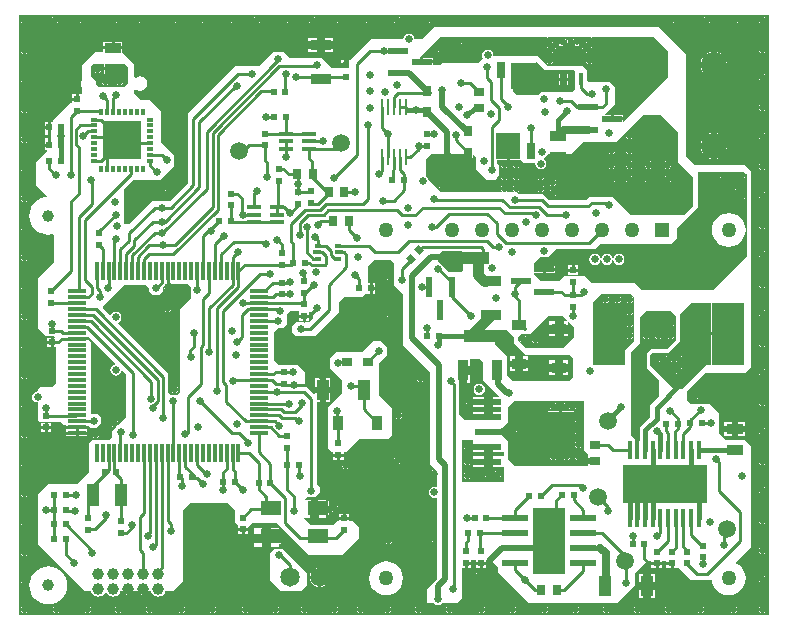
<source format=gtl>
G04 Layer_Physical_Order=1*
G04 Layer_Color=255*
%FSTAX24Y24*%
%MOIN*%
G70*
G01*
G75*
%ADD10R,0.0354X0.0315*%
%ADD11R,0.0236X0.0197*%
%ADD12R,0.0709X0.0472*%
%ADD13R,0.0110X0.0551*%
%ADD14R,0.0551X0.0335*%
%ADD15R,0.0197X0.0148*%
%ADD16R,0.0256X0.0118*%
%ADD17R,0.0197X0.0236*%
%ADD18R,0.0866X0.1378*%
%ADD19R,0.0866X0.0236*%
%ADD20R,0.0492X0.0374*%
%ADD21C,0.0591*%
%ADD22R,0.0177X0.0591*%
%ADD23R,0.1260X0.0965*%
%ADD24R,0.0236X0.0709*%
%ADD25R,0.0866X0.0197*%
%ADD26R,0.0839X0.1181*%
G04:AMPARAMS|DCode=27|XSize=19.7mil|YSize=23.6mil|CornerRadius=0mil|HoleSize=0mil|Usage=FLASHONLY|Rotation=225.000|XOffset=0mil|YOffset=0mil|HoleType=Round|Shape=Rectangle|*
%AMROTATEDRECTD27*
4,1,4,-0.0014,0.0153,0.0153,-0.0014,0.0014,-0.0153,-0.0153,0.0014,-0.0014,0.0153,0.0*
%
%ADD27ROTATEDRECTD27*%

%ADD28R,0.0354X0.0709*%
%ADD29R,0.0709X0.0354*%
%ADD30R,0.0709X0.0236*%
%ADD31R,0.1102X0.2087*%
%ADD32R,0.0394X0.0669*%
%ADD33R,0.0315X0.0354*%
%ADD34R,0.0453X0.0138*%
%ADD35R,0.0118X0.0236*%
%ADD36R,0.0236X0.0118*%
%ADD37R,0.1260X0.1260*%
%ADD38R,0.0118X0.0591*%
%ADD39R,0.0591X0.0118*%
%ADD40R,0.0374X0.0492*%
%ADD41R,0.0159X0.0390*%
%ADD42R,0.0159X0.0299*%
%ADD43R,0.0880X0.0679*%
%ADD44R,0.0299X0.0551*%
%ADD45R,0.0799X0.0902*%
%ADD46R,0.0402X0.0402*%
%ADD47R,0.0315X0.0354*%
%ADD48R,0.0354X0.0315*%
%ADD49R,0.0433X0.0748*%
%ADD50C,0.0100*%
%ADD51C,0.0402*%
%ADD52C,0.0315*%
%ADD53C,0.0200*%
%ADD54C,0.0180*%
%ADD55C,0.0150*%
%ADD56C,0.0300*%
%ADD57C,0.0400*%
%ADD58C,0.0250*%
%ADD59C,0.0350*%
%ADD60R,0.2835X0.1260*%
%ADD61R,0.1102X0.2205*%
%ADD62R,0.0426X0.0460*%
%ADD63C,0.0650*%
%ADD64R,0.0866X0.0866*%
%ADD65C,0.0866*%
%ADD66C,0.0394*%
%ADD67C,0.0500*%
%ADD68R,0.0500X0.0500*%
%ADD69C,0.0039*%
%ADD70C,0.0250*%
G36*
X035Y006063D02*
X01D01*
Y008386D01*
Y026063D01*
X035D01*
Y006063D01*
D02*
G37*
%LPC*%
G36*
X011083Y012461D02*
X010728D01*
Y012165D01*
X011083D01*
Y012461D01*
D02*
G37*
G36*
X034753Y012282D02*
X034713Y012255D01*
X034686Y012215D01*
X034753D01*
Y012282D01*
D02*
G37*
G36*
X012499Y012204D02*
X012459Y012177D01*
X012432Y012137D01*
X012499D01*
Y012204D01*
D02*
G37*
G36*
X012599D02*
Y012137D01*
X012666D01*
X012639Y012177D01*
X012599Y012204D01*
D02*
G37*
G36*
X013296Y012411D02*
X013229D01*
Y012344D01*
X013269Y012371D01*
X013296Y012411D01*
D02*
G37*
G36*
X013129Y012578D02*
X013089Y012551D01*
X013062Y012511D01*
X013129D01*
Y012578D01*
D02*
G37*
G36*
X034853Y012282D02*
Y012215D01*
X03492D01*
X034893Y012255D01*
X034853Y012282D01*
D02*
G37*
G36*
X013129Y012411D02*
X013062D01*
X013089Y012371D01*
X013129Y012344D01*
Y012411D01*
D02*
G37*
G36*
X010247Y012204D02*
Y012137D01*
X010314D01*
X010287Y012177D01*
X010247Y012204D01*
D02*
G37*
G36*
X012499Y012037D02*
X012432D01*
X012459Y011996D01*
X012499Y01197D01*
Y012037D01*
D02*
G37*
G36*
X012666D02*
X012599D01*
Y01197D01*
X012639Y011996D01*
X012666Y012037D01*
D02*
G37*
G36*
X010147D02*
X01008D01*
X010107Y011996D01*
X010147Y01197D01*
Y012037D01*
D02*
G37*
G36*
X010314D02*
X010247D01*
Y01197D01*
X010287Y011996D01*
X010314Y012037D01*
D02*
G37*
G36*
X03492Y012115D02*
X034853D01*
Y012048D01*
X034893Y012075D01*
X03492Y012115D01*
D02*
G37*
G36*
X010147Y012204D02*
X010107Y012177D01*
X01008Y012137D01*
X010147D01*
Y012204D01*
D02*
G37*
G36*
X034213Y0125D02*
X033524D01*
Y012028D01*
X034213D01*
Y0125D01*
D02*
G37*
G36*
X034753Y012115D02*
X034686D01*
X034713Y012075D01*
X034753Y012048D01*
Y012115D01*
D02*
G37*
G36*
X013229Y012578D02*
Y012511D01*
X013296D01*
X013269Y012551D01*
X013229Y012578D01*
D02*
G37*
G36*
X034853Y013267D02*
Y0132D01*
X03492D01*
X034893Y01324D01*
X034853Y013267D01*
D02*
G37*
G36*
X03247Y013296D02*
X032403D01*
X03243Y013256D01*
X03247Y01323D01*
Y013296D01*
D02*
G37*
G36*
X010247Y013188D02*
Y013121D01*
X010314D01*
X010287Y013161D01*
X010247Y013188D01*
D02*
G37*
G36*
X034753Y013267D02*
X034713Y01324D01*
X034686Y0132D01*
X034753D01*
Y013267D01*
D02*
G37*
G36*
X03257Y013463D02*
Y013396D01*
X032637D01*
X03261Y013437D01*
X03257Y013463D01*
D02*
G37*
G36*
X023346Y013897D02*
X023279D01*
X023306Y013857D01*
X023346Y01383D01*
Y013897D01*
D02*
G37*
G36*
X032637Y013296D02*
X03257D01*
Y01323D01*
X03261Y013256D01*
X032637Y013296D01*
D02*
G37*
G36*
X03247Y013463D02*
X03243Y013437D01*
X032403Y013396D01*
X03247D01*
Y013463D01*
D02*
G37*
G36*
X010147Y013188D02*
X010107Y013161D01*
X01008Y013121D01*
X010147D01*
Y013188D01*
D02*
G37*
G36*
X022607Y012843D02*
X022567Y012816D01*
X022541Y012776D01*
X022607D01*
Y012843D01*
D02*
G37*
G36*
X022707D02*
Y012776D01*
X022774D01*
X022748Y012816D01*
X022707Y012843D01*
D02*
G37*
G36*
X022607Y012676D02*
X022541D01*
X022567Y012636D01*
X022607Y012609D01*
Y012676D01*
D02*
G37*
G36*
X022774D02*
X022707D01*
Y012609D01*
X022748Y012636D01*
X022774Y012676D01*
D02*
G37*
G36*
X034753Y0131D02*
X034686D01*
X034713Y013059D01*
X034753Y013033D01*
Y0131D01*
D02*
G37*
G36*
X03492D02*
X034853D01*
Y013033D01*
X034893Y013059D01*
X03492Y0131D01*
D02*
G37*
G36*
X010147Y013021D02*
X01008D01*
X010107Y012981D01*
X010147Y012954D01*
Y013021D01*
D02*
G37*
G36*
X010314D02*
X010247D01*
Y012954D01*
X010287Y012981D01*
X010314Y013021D01*
D02*
G37*
G36*
X03492Y010147D02*
X034853D01*
Y01008D01*
X034893Y010107D01*
X03492Y010147D01*
D02*
G37*
G36*
X010147Y010235D02*
X010107Y010208D01*
X01008Y010168D01*
X010147D01*
Y010235D01*
D02*
G37*
G36*
X010314Y010068D02*
X010247D01*
Y010001D01*
X010287Y010028D01*
X010314Y010068D01*
D02*
G37*
G36*
X034753Y010147D02*
X034686D01*
X034713Y010107D01*
X034753Y01008D01*
Y010147D01*
D02*
G37*
G36*
X034853Y010314D02*
Y010247D01*
X03492D01*
X034893Y010287D01*
X034853Y010314D01*
D02*
G37*
G36*
X023798Y010728D02*
X023732D01*
X023758Y010687D01*
X023798Y010661D01*
Y010728D01*
D02*
G37*
G36*
X010247Y010235D02*
Y010168D01*
X010314D01*
X010287Y010208D01*
X010247Y010235D01*
D02*
G37*
G36*
X034753Y010314D02*
X034713Y010287D01*
X034686Y010247D01*
X034753D01*
Y010314D01*
D02*
G37*
G36*
X010147Y010068D02*
X01008D01*
X010107Y010028D01*
X010147Y010001D01*
Y010068D01*
D02*
G37*
G36*
X034753Y00933D02*
X034713Y009303D01*
X034686Y009263D01*
X034753D01*
Y00933D01*
D02*
G37*
G36*
X034853D02*
Y009263D01*
X03492D01*
X034893Y009303D01*
X034853Y00933D01*
D02*
G37*
G36*
X010147Y009251D02*
X010107Y009224D01*
X01008Y009184D01*
X010147D01*
Y009251D01*
D02*
G37*
G36*
X010247D02*
Y009184D01*
X010314D01*
X010287Y009224D01*
X010247Y009251D01*
D02*
G37*
G36*
X020521Y009684D02*
X020481Y009657D01*
X020454Y009617D01*
X020521D01*
Y009684D01*
D02*
G37*
G36*
X020621D02*
Y009617D01*
X020688D01*
X020661Y009657D01*
X020621Y009684D01*
D02*
G37*
G36*
X020521Y009517D02*
X020454D01*
X020481Y009477D01*
X020521Y00945D01*
Y009517D01*
D02*
G37*
G36*
X020688D02*
X020621D01*
Y00945D01*
X020661Y009477D01*
X020688Y009517D01*
D02*
G37*
G36*
X023798Y010894D02*
X023758Y010868D01*
X023732Y010828D01*
X023798D01*
Y010894D01*
D02*
G37*
G36*
X010247Y011219D02*
Y011152D01*
X010314D01*
X010287Y011192D01*
X010247Y011219D01*
D02*
G37*
G36*
X022529Y011288D02*
X022489Y011261D01*
X022462Y011221D01*
X022529D01*
Y011288D01*
D02*
G37*
G36*
X020946Y01118D02*
Y011113D01*
X021013D01*
X020986Y011153D01*
X020946Y01118D01*
D02*
G37*
G36*
X010147Y011219D02*
X010107Y011192D01*
X01008Y011152D01*
X010147D01*
Y011219D01*
D02*
G37*
G36*
X034753Y011298D02*
X034713Y011271D01*
X034686Y011231D01*
X034753D01*
Y011298D01*
D02*
G37*
G36*
X034853D02*
Y011231D01*
X03492D01*
X034893Y011271D01*
X034853Y011298D01*
D02*
G37*
G36*
X022629Y011288D02*
Y011221D01*
X022696D01*
X022669Y011261D01*
X022629Y011288D01*
D02*
G37*
G36*
X022087Y015197D02*
X021811D01*
X021575Y014961D01*
X021457Y014843D01*
X02061D01*
X020384Y014616D01*
Y014301D01*
X020787Y013898D01*
Y013465D01*
X020295Y012972D01*
Y011614D01*
X020423Y011486D01*
X020472D01*
Y01123D01*
X020827D01*
Y011486D01*
X020896D01*
X021339Y011929D01*
X022323D01*
X022441Y012047D01*
Y012953D01*
X022008Y013386D01*
Y014449D01*
X022283Y014724D01*
Y015D01*
X022087Y015197D01*
D02*
G37*
G36*
X020846Y01118D02*
X020806Y011153D01*
X020779Y011113D01*
X020846D01*
Y01118D01*
D02*
G37*
G36*
X010147Y011052D02*
X01008D01*
X010107Y011012D01*
X010147Y010985D01*
Y011052D01*
D02*
G37*
G36*
X010314D02*
X010247D01*
Y010985D01*
X010287Y011012D01*
X010314Y011052D01*
D02*
G37*
G36*
X020846Y011013D02*
X020779D01*
X020806Y010973D01*
X020846Y010946D01*
Y011013D01*
D02*
G37*
G36*
X021013D02*
X020946D01*
Y010946D01*
X020986Y010973D01*
X021013Y011013D01*
D02*
G37*
G36*
X034753Y011131D02*
X034686D01*
X034713Y011091D01*
X034753Y011064D01*
Y011131D01*
D02*
G37*
G36*
X03492D02*
X034853D01*
Y011064D01*
X034893Y011091D01*
X03492Y011131D01*
D02*
G37*
G36*
X022529Y011121D02*
X022462D01*
X022489Y011081D01*
X022529Y011054D01*
Y011121D01*
D02*
G37*
G36*
X022696D02*
X022629D01*
Y011054D01*
X022669Y011081D01*
X022696Y011121D01*
D02*
G37*
G36*
X023513Y013897D02*
X023446D01*
Y01383D01*
X023486Y013857D01*
X023513Y013897D01*
D02*
G37*
G36*
X010147Y018109D02*
X010107Y018082D01*
X01008Y018042D01*
X010147D01*
Y018109D01*
D02*
G37*
G36*
X010247D02*
Y018042D01*
X010314D01*
X010287Y018082D01*
X010247Y018109D01*
D02*
G37*
G36*
X034753Y018021D02*
X034686D01*
X034713Y017981D01*
X034753Y017954D01*
Y018021D01*
D02*
G37*
G36*
X03492D02*
X034853D01*
Y017954D01*
X034893Y017981D01*
X03492Y018021D01*
D02*
G37*
G36*
X010147Y018926D02*
X01008D01*
X010107Y018886D01*
X010147Y018859D01*
Y018926D01*
D02*
G37*
G36*
X010314D02*
X010247D01*
Y018859D01*
X010287Y018886D01*
X010314Y018926D01*
D02*
G37*
G36*
X034753Y018188D02*
X034713Y018161D01*
X034686Y018121D01*
X034753D01*
Y018188D01*
D02*
G37*
G36*
X034853D02*
Y018121D01*
X03492D01*
X034893Y018161D01*
X034853Y018188D01*
D02*
G37*
G36*
X010314Y017942D02*
X010247D01*
Y017875D01*
X010287Y017902D01*
X010314Y017942D01*
D02*
G37*
G36*
X034853Y017204D02*
Y017137D01*
X03492D01*
X034893Y017177D01*
X034853Y017204D01*
D02*
G37*
G36*
X022135Y017253D02*
X022068D01*
X022095Y017213D01*
X022135Y017186D01*
Y017253D01*
D02*
G37*
G36*
X010247Y017125D02*
Y017058D01*
X010314D01*
X010287Y017098D01*
X010247Y017125D01*
D02*
G37*
G36*
X034753Y017204D02*
X034713Y017177D01*
X034686Y017137D01*
X034753D01*
Y017204D01*
D02*
G37*
G36*
X022235Y01742D02*
Y017353D01*
X022302D01*
X022275Y017393D01*
X022235Y01742D01*
D02*
G37*
G36*
X010147Y017942D02*
X01008D01*
X010107Y017902D01*
X010147Y017875D01*
Y017942D01*
D02*
G37*
G36*
X022302Y017253D02*
X022235D01*
Y017186D01*
X022275Y017213D01*
X022302Y017253D01*
D02*
G37*
G36*
X022135Y01742D02*
X022095Y017393D01*
X022068Y017353D01*
X022135D01*
Y01742D01*
D02*
G37*
G36*
X034753Y019005D02*
X034686D01*
X034713Y018965D01*
X034753Y018938D01*
Y019005D01*
D02*
G37*
G36*
Y020156D02*
X034713Y020129D01*
X034686Y020089D01*
X034753D01*
Y020156D01*
D02*
G37*
G36*
X034853D02*
Y020089D01*
X03492D01*
X034893Y020129D01*
X034853Y020156D01*
D02*
G37*
G36*
X010147Y020078D02*
X010107Y020051D01*
X01008Y020011D01*
X010147D01*
Y020078D01*
D02*
G37*
G36*
X010247D02*
Y020011D01*
X010314D01*
X010287Y020051D01*
X010247Y020078D01*
D02*
G37*
G36*
X014733Y020383D02*
X014693Y020356D01*
X014667Y020316D01*
X014733D01*
Y020383D01*
D02*
G37*
G36*
X014833D02*
Y020316D01*
X0149D01*
X014874Y020356D01*
X014833Y020383D01*
D02*
G37*
G36*
X014733Y020216D02*
X014667D01*
X014693Y020176D01*
X014733Y020149D01*
Y020216D01*
D02*
G37*
G36*
X0149D02*
X014833D01*
Y020149D01*
X014874Y020176D01*
X0149Y020216D01*
D02*
G37*
G36*
X03492Y019989D02*
X034853D01*
Y019922D01*
X034893Y019949D01*
X03492Y019989D01*
D02*
G37*
G36*
X010247Y019093D02*
Y019026D01*
X010314D01*
X010287Y019066D01*
X010247Y019093D01*
D02*
G37*
G36*
X034753Y019172D02*
X034713Y019145D01*
X034686Y019105D01*
X034753D01*
Y019172D01*
D02*
G37*
G36*
X03492Y019005D02*
X034853D01*
Y018938D01*
X034893Y018965D01*
X03492Y019005D01*
D02*
G37*
G36*
X010147Y019093D02*
X010107Y019066D01*
X01008Y019026D01*
X010147D01*
Y019093D01*
D02*
G37*
G36*
X010314Y019911D02*
X010247D01*
Y019844D01*
X010287Y019871D01*
X010314Y019911D01*
D02*
G37*
G36*
X034753Y019989D02*
X034686D01*
X034713Y019949D01*
X034753Y019922D01*
Y019989D01*
D02*
G37*
G36*
X034853Y019172D02*
Y019105D01*
X03492D01*
X034893Y019145D01*
X034853Y019172D01*
D02*
G37*
G36*
X010147Y019911D02*
X01008D01*
X010107Y019871D01*
X010147Y019844D01*
Y019911D01*
D02*
G37*
G36*
X010314Y014989D02*
X010247D01*
Y014922D01*
X010287Y014949D01*
X010314Y014989D01*
D02*
G37*
G36*
X034753Y015068D02*
X034686D01*
X034713Y015028D01*
X034753Y015001D01*
Y015068D01*
D02*
G37*
G36*
X034853Y014251D02*
Y014184D01*
X03492D01*
X034893Y014224D01*
X034853Y014251D01*
D02*
G37*
G36*
X010147Y014989D02*
X01008D01*
X010107Y014949D01*
X010147Y014922D01*
Y014989D01*
D02*
G37*
G36*
X010247Y015156D02*
Y015089D01*
X010314D01*
X010287Y015129D01*
X010247Y015156D01*
D02*
G37*
G36*
X034753Y015235D02*
X034713Y015208D01*
X034686Y015168D01*
X034753D01*
Y015235D01*
D02*
G37*
G36*
X03492Y015068D02*
X034853D01*
Y015001D01*
X034893Y015028D01*
X03492Y015068D01*
D02*
G37*
G36*
X010147Y015156D02*
X010107Y015129D01*
X01008Y015089D01*
X010147D01*
Y015156D01*
D02*
G37*
G36*
X034753Y014251D02*
X034713Y014224D01*
X034686Y014184D01*
X034753D01*
Y014251D01*
D02*
G37*
G36*
X023346Y014064D02*
X023306Y014037D01*
X023279Y013997D01*
X023346D01*
Y014064D01*
D02*
G37*
G36*
X023446D02*
Y013997D01*
X023513D01*
X023486Y014037D01*
X023446Y014064D01*
D02*
G37*
G36*
X010147Y014005D02*
X01008D01*
X010107Y013965D01*
X010147Y013938D01*
Y014005D01*
D02*
G37*
G36*
X010314D02*
X010247D01*
Y013938D01*
X010287Y013965D01*
X010314Y014005D01*
D02*
G37*
G36*
X010147Y014172D02*
X010107Y014145D01*
X01008Y014105D01*
X010147D01*
Y014172D01*
D02*
G37*
G36*
X010247D02*
Y014105D01*
X010314D01*
X010287Y014145D01*
X010247Y014172D01*
D02*
G37*
G36*
X034753Y014084D02*
X034686D01*
X034713Y014044D01*
X034753Y014017D01*
Y014084D01*
D02*
G37*
G36*
X03492D02*
X034853D01*
Y014017D01*
X034893Y014044D01*
X03492Y014084D01*
D02*
G37*
G36*
X034853Y015235D02*
Y015168D01*
X03492D01*
X034893Y015208D01*
X034853Y015235D01*
D02*
G37*
G36*
Y016219D02*
Y016152D01*
X03492D01*
X034893Y016192D01*
X034853Y016219D01*
D02*
G37*
G36*
X010147Y016958D02*
X01008D01*
X010107Y016918D01*
X010147Y016891D01*
Y016958D01*
D02*
G37*
G36*
X022235Y01619D02*
Y016123D01*
X022302D01*
X022275Y016163D01*
X022235Y01619D01*
D02*
G37*
G36*
X034753Y016219D02*
X034713Y016192D01*
X034686Y016152D01*
X034753D01*
Y016219D01*
D02*
G37*
G36*
X03492Y017037D02*
X034853D01*
Y01697D01*
X034893Y016996D01*
X03492Y017037D01*
D02*
G37*
G36*
X010147Y017125D02*
X010107Y017098D01*
X01008Y017058D01*
X010147D01*
Y017125D01*
D02*
G37*
G36*
X010314Y016958D02*
X010247D01*
Y016891D01*
X010287Y016918D01*
X010314Y016958D01*
D02*
G37*
G36*
X034753Y017037D02*
X034686D01*
X034713Y016996D01*
X034753Y01697D01*
Y017037D01*
D02*
G37*
G36*
X022135Y01619D02*
X022095Y016163D01*
X022068Y016123D01*
X022135D01*
Y01619D01*
D02*
G37*
G36*
Y016023D02*
X022068D01*
X022095Y015983D01*
X022135Y015956D01*
Y016023D01*
D02*
G37*
G36*
X022302D02*
X022235D01*
Y015956D01*
X022275Y015983D01*
X022302Y016023D01*
D02*
G37*
G36*
X010147Y015974D02*
X01008D01*
X010107Y015934D01*
X010147Y015907D01*
Y015974D01*
D02*
G37*
G36*
X010314D02*
X010247D01*
Y015907D01*
X010287Y015934D01*
X010314Y015974D01*
D02*
G37*
G36*
X010147Y016141D02*
X010107Y016114D01*
X01008Y016074D01*
X010147D01*
Y016141D01*
D02*
G37*
G36*
X010247D02*
Y016074D01*
X010314D01*
X010287Y016114D01*
X010247Y016141D01*
D02*
G37*
G36*
X034753Y016052D02*
X034686D01*
X034713Y016012D01*
X034753Y015985D01*
Y016052D01*
D02*
G37*
G36*
X03492D02*
X034853D01*
Y015985D01*
X034893Y016012D01*
X03492Y016052D01*
D02*
G37*
G36*
X033769Y00621D02*
X033702D01*
X033729Y00617D01*
X033769Y006143D01*
Y00621D01*
D02*
G37*
G36*
X033936D02*
X033869D01*
Y006143D01*
X033909Y00617D01*
X033936Y00621D01*
D02*
G37*
G36*
X032667D02*
X0326D01*
X032626Y00617D01*
X032667Y006143D01*
Y00621D01*
D02*
G37*
G36*
X032833D02*
X032767D01*
Y006143D01*
X032807Y00617D01*
X032833Y00621D01*
D02*
G37*
G36*
X010147Y006377D02*
X010107Y00635D01*
X01008Y00631D01*
X010147D01*
Y006377D01*
D02*
G37*
G36*
X010247D02*
Y00631D01*
X010314D01*
X010287Y00635D01*
X010247Y006377D01*
D02*
G37*
G36*
X034753Y00621D02*
X034686D01*
X034713Y00617D01*
X034753Y006143D01*
Y00621D01*
D02*
G37*
G36*
X03492D02*
X034853D01*
Y006143D01*
X034893Y00617D01*
X03492Y00621D01*
D02*
G37*
G36*
X03179D02*
X031723D01*
Y006143D01*
X031763Y00617D01*
X03179Y00621D01*
D02*
G37*
G36*
X02866D02*
X028593D01*
Y006143D01*
X028633Y00617D01*
X02866Y00621D01*
D02*
G37*
G36*
X029546D02*
X02948D01*
X029506Y00617D01*
X029546Y006143D01*
Y00621D01*
D02*
G37*
G36*
X027627D02*
X02756D01*
Y006143D01*
X0276Y00617D01*
X027627Y00621D01*
D02*
G37*
G36*
X028493D02*
X028426D01*
X028453Y00617D01*
X028493Y006143D01*
Y00621D01*
D02*
G37*
G36*
X030747D02*
X03068D01*
Y006143D01*
X03072Y00617D01*
X030747Y00621D01*
D02*
G37*
G36*
X031623D02*
X031556D01*
X031583Y00617D01*
X031623Y006143D01*
Y00621D01*
D02*
G37*
G36*
X029713D02*
X029646D01*
Y006143D01*
X029687Y00617D01*
X029713Y00621D01*
D02*
G37*
G36*
X03058D02*
X030513D01*
X03054Y00617D01*
X03058Y006143D01*
Y00621D01*
D02*
G37*
G36*
X01121Y006377D02*
X01117Y00635D01*
X011143Y00631D01*
X01121D01*
Y006377D01*
D02*
G37*
G36*
X017509D02*
X017469Y00635D01*
X017442Y00631D01*
X017509D01*
Y006377D01*
D02*
G37*
G36*
X017609D02*
Y00631D01*
X017676D01*
X017649Y00635D01*
X017609Y006377D01*
D02*
G37*
G36*
X016407D02*
X016367Y00635D01*
X01634Y00631D01*
X016407D01*
Y006377D01*
D02*
G37*
G36*
X016507D02*
Y00631D01*
X016574D01*
X016547Y00635D01*
X016507Y006377D01*
D02*
G37*
G36*
X019478D02*
X019437Y00635D01*
X019411Y00631D01*
X019478D01*
Y006377D01*
D02*
G37*
G36*
X019578D02*
Y00631D01*
X019644D01*
X019618Y00635D01*
X019578Y006377D01*
D02*
G37*
G36*
X018493D02*
X018453Y00635D01*
X018426Y00631D01*
X018493D01*
Y006377D01*
D02*
G37*
G36*
X018593D02*
Y00631D01*
X01866D01*
X018633Y00635D01*
X018593Y006377D01*
D02*
G37*
G36*
X015473D02*
Y00631D01*
X01554D01*
X015513Y00635D01*
X015473Y006377D01*
D02*
G37*
G36*
X012333D02*
Y00631D01*
X0124D01*
X012374Y00635D01*
X012333Y006377D01*
D02*
G37*
G36*
X013277D02*
X013237Y00635D01*
X01321Y00631D01*
X013277D01*
Y006377D01*
D02*
G37*
G36*
X01131D02*
Y00631D01*
X011377D01*
X01135Y00635D01*
X01131Y006377D01*
D02*
G37*
G36*
X012233D02*
X012193Y00635D01*
X012167Y00631D01*
X012233D01*
Y006377D01*
D02*
G37*
G36*
X01442D02*
Y00631D01*
X014487D01*
X01446Y00635D01*
X01442Y006377D01*
D02*
G37*
G36*
X015373D02*
X015333Y00635D01*
X015306Y00631D01*
X015373D01*
Y006377D01*
D02*
G37*
G36*
X013377D02*
Y00631D01*
X013444D01*
X013417Y00635D01*
X013377Y006377D01*
D02*
G37*
G36*
X01432D02*
X01428Y00635D01*
X014253Y00631D01*
X01432D01*
Y006377D01*
D02*
G37*
G36*
X01554Y00621D02*
X015473D01*
Y006143D01*
X015513Y00617D01*
X01554Y00621D01*
D02*
G37*
G36*
X016407D02*
X01634D01*
X016367Y00617D01*
X016407Y006143D01*
Y00621D01*
D02*
G37*
G36*
X014487D02*
X01442D01*
Y006143D01*
X01446Y00617D01*
X014487Y00621D01*
D02*
G37*
G36*
X015373D02*
X015306D01*
X015333Y00617D01*
X015373Y006143D01*
Y00621D01*
D02*
G37*
G36*
X017676D02*
X017609D01*
Y006143D01*
X017649Y00617D01*
X017676Y00621D01*
D02*
G37*
G36*
X018493D02*
X018426D01*
X018453Y00617D01*
X018493Y006143D01*
Y00621D01*
D02*
G37*
G36*
X016574D02*
X016507D01*
Y006143D01*
X016547Y00617D01*
X016574Y00621D01*
D02*
G37*
G36*
X017509D02*
X017442D01*
X017469Y00617D01*
X017509Y006143D01*
Y00621D01*
D02*
G37*
G36*
X01432D02*
X014253D01*
X01428Y00617D01*
X01432Y006143D01*
Y00621D01*
D02*
G37*
G36*
X01121D02*
X011143D01*
X01117Y00617D01*
X01121Y006143D01*
Y00621D01*
D02*
G37*
G36*
X011377D02*
X01131D01*
Y006143D01*
X01135Y00617D01*
X011377Y00621D01*
D02*
G37*
G36*
X010147D02*
X01008D01*
X010107Y00617D01*
X010147Y006143D01*
Y00621D01*
D02*
G37*
G36*
X010314D02*
X010247D01*
Y006143D01*
X010287Y00617D01*
X010314Y00621D01*
D02*
G37*
G36*
X013277D02*
X01321D01*
X013237Y00617D01*
X013277Y006143D01*
Y00621D01*
D02*
G37*
G36*
X013444D02*
X013377D01*
Y006143D01*
X013417Y00617D01*
X013444Y00621D01*
D02*
G37*
G36*
X012233D02*
X012167D01*
X012193Y00617D01*
X012233Y006143D01*
Y00621D01*
D02*
G37*
G36*
X0124D02*
X012333D01*
Y006143D01*
X012374Y00617D01*
X0124Y00621D01*
D02*
G37*
G36*
X01866D02*
X018593D01*
Y006143D01*
X018633Y00617D01*
X01866Y00621D01*
D02*
G37*
G36*
X024487D02*
X02442D01*
Y006143D01*
X02446Y00617D01*
X024487Y00621D01*
D02*
G37*
G36*
X025363D02*
X025296D01*
X025323Y00617D01*
X025363Y006143D01*
Y00621D01*
D02*
G37*
G36*
X023444D02*
X023377D01*
Y006143D01*
X023417Y00617D01*
X023444Y00621D01*
D02*
G37*
G36*
X02432D02*
X024253D01*
X02428Y00617D01*
X02432Y006143D01*
Y00621D01*
D02*
G37*
G36*
X026574D02*
X026507D01*
Y006143D01*
X026547Y00617D01*
X026574Y00621D01*
D02*
G37*
G36*
X02746D02*
X027393D01*
X02742Y00617D01*
X02746Y006143D01*
Y00621D01*
D02*
G37*
G36*
X02553D02*
X025463D01*
Y006143D01*
X025504Y00617D01*
X02553Y00621D01*
D02*
G37*
G36*
X026407D02*
X02634D01*
X026367Y00617D01*
X026407Y006143D01*
Y00621D01*
D02*
G37*
G36*
X023277D02*
X02321D01*
X023237Y00617D01*
X023277Y006143D01*
Y00621D01*
D02*
G37*
G36*
X020462D02*
X020395D01*
X020422Y00617D01*
X020462Y006143D01*
Y00621D01*
D02*
G37*
G36*
X020629D02*
X020562D01*
Y006143D01*
X020602Y00617D01*
X020629Y00621D01*
D02*
G37*
G36*
X019478D02*
X019411D01*
X019437Y00617D01*
X019478Y006143D01*
Y00621D01*
D02*
G37*
G36*
X019644D02*
X019578D01*
Y006143D01*
X019618Y00617D01*
X019644Y00621D01*
D02*
G37*
G36*
X022233D02*
X022167D01*
X022193Y00617D01*
X022233Y006143D01*
Y00621D01*
D02*
G37*
G36*
X0224D02*
X022333D01*
Y006143D01*
X022374Y00617D01*
X0224Y00621D01*
D02*
G37*
G36*
X021348D02*
X021281D01*
X021308Y00617D01*
X021348Y006143D01*
Y00621D01*
D02*
G37*
G36*
X021515D02*
X021448D01*
Y006143D01*
X021488Y00617D01*
X021515Y00621D01*
D02*
G37*
G36*
X020462Y006377D02*
X020422Y00635D01*
X020395Y00631D01*
X020462D01*
Y006377D01*
D02*
G37*
G36*
X025274Y00745D02*
X025207D01*
Y007383D01*
X025248Y00741D01*
X025274Y00745D01*
D02*
G37*
G36*
X025107Y007617D02*
X025067Y00759D01*
X025041Y00755D01*
X025107D01*
Y007617D01*
D02*
G37*
G36*
X020078Y007644D02*
Y007373D01*
X020349D01*
X020344Y007408D01*
X020311Y007487D01*
X020259Y007554D01*
X020191Y007607D01*
X020112Y007639D01*
X020078Y007644D01*
D02*
G37*
G36*
X025107Y00745D02*
X025041D01*
X025067Y00741D01*
X025107Y007383D01*
Y00745D01*
D02*
G37*
G36*
X010314Y0081D02*
X010247D01*
Y008033D01*
X010287Y008059D01*
X010314Y0081D01*
D02*
G37*
G36*
X034753Y008178D02*
X034686D01*
X034713Y008138D01*
X034753Y008111D01*
Y008178D01*
D02*
G37*
G36*
X025207Y007617D02*
Y00755D01*
X025274D01*
X025248Y00759D01*
X025207Y007617D01*
D02*
G37*
G36*
X010147Y0081D02*
X01008D01*
X010107Y008059D01*
X010147Y008033D01*
Y0081D01*
D02*
G37*
G36*
X019978Y007644D02*
X019978Y007644D01*
D01*
X019943Y007639D01*
X019864Y007607D01*
X019796Y007554D01*
X019744Y007487D01*
X019718Y007424D01*
D01*
X019711Y007408D01*
X019707Y007373D01*
X019978D01*
Y007644D01*
D02*
G37*
G36*
X034753Y007194D02*
X034686D01*
X034713Y007154D01*
X034753Y007127D01*
Y007194D01*
D02*
G37*
G36*
X03492D02*
X034853D01*
Y007127D01*
X034893Y007154D01*
X03492Y007194D01*
D02*
G37*
G36*
X010147Y007155D02*
X01008D01*
X010107Y007115D01*
X010147Y007088D01*
Y007155D01*
D02*
G37*
G36*
X010314D02*
X010247D01*
Y007088D01*
X010287Y007115D01*
X010314Y007155D01*
D02*
G37*
G36*
X034753Y007361D02*
X034713Y007334D01*
X034686Y007294D01*
X034753D01*
Y007361D01*
D02*
G37*
G36*
X034853D02*
Y007294D01*
X03492D01*
X034893Y007334D01*
X034853Y007361D01*
D02*
G37*
G36*
X010147Y007322D02*
X010107Y007295D01*
X01008Y007255D01*
X010147D01*
Y007322D01*
D02*
G37*
G36*
X010247D02*
Y007255D01*
X010314D01*
X010287Y007295D01*
X010247Y007322D01*
D02*
G37*
G36*
X03492Y008178D02*
X034853D01*
Y008111D01*
X034893Y008138D01*
X03492Y008178D01*
D02*
G37*
G36*
X023641Y00869D02*
X023601Y008663D01*
X023574Y008623D01*
X023641D01*
Y00869D01*
D02*
G37*
G36*
X023741D02*
Y008623D01*
X023808D01*
X023781Y008663D01*
X023741Y00869D01*
D02*
G37*
G36*
X022263Y00867D02*
X022223Y008643D01*
X022196Y008603D01*
X022263D01*
Y00867D01*
D02*
G37*
G36*
X022363D02*
Y008603D01*
X02243D01*
X022403Y008643D01*
X022363Y00867D01*
D02*
G37*
G36*
X034753Y009163D02*
X034686D01*
X034713Y009122D01*
X034753Y009096D01*
Y009163D01*
D02*
G37*
G36*
X03492D02*
X034853D01*
Y009096D01*
X034893Y009122D01*
X03492Y009163D01*
D02*
G37*
G36*
X010147Y009084D02*
X01008D01*
X010107Y009044D01*
X010147Y009017D01*
Y009084D01*
D02*
G37*
G36*
X010314D02*
X010247D01*
Y009017D01*
X010287Y009044D01*
X010314Y009084D01*
D02*
G37*
G36*
X023808Y008523D02*
X023741D01*
Y008456D01*
X023781Y008483D01*
X023808Y008523D01*
D02*
G37*
G36*
X034753Y008345D02*
X034713Y008318D01*
X034686Y008278D01*
X034753D01*
Y008345D01*
D02*
G37*
G36*
X034853D02*
Y008278D01*
X03492D01*
X034893Y008318D01*
X034853Y008345D01*
D02*
G37*
G36*
X010147Y008267D02*
X010107Y00824D01*
X01008Y0082D01*
X010147D01*
Y008267D01*
D02*
G37*
G36*
X010247D02*
Y0082D01*
X010314D01*
X010287Y00824D01*
X010247Y008267D01*
D02*
G37*
G36*
X02243Y008503D02*
X022363D01*
Y008436D01*
X022403Y008463D01*
X02243Y008503D01*
D02*
G37*
G36*
X023641Y008523D02*
X023574D01*
X023601Y008483D01*
X023641Y008456D01*
Y008523D01*
D02*
G37*
G36*
X018681Y008947D02*
X017835D01*
Y008337D01*
X018681D01*
Y008445D01*
X01875D01*
Y008917D01*
X018681D01*
Y008947D01*
D02*
G37*
G36*
X022263Y008503D02*
X022196D01*
X022223Y008463D01*
X022263Y008436D01*
Y008503D01*
D02*
G37*
G36*
X026407Y006377D02*
X026367Y00635D01*
X02634Y00631D01*
X026407D01*
Y006377D01*
D02*
G37*
G36*
X026507D02*
Y00631D01*
X026574D01*
X026547Y00635D01*
X026507Y006377D01*
D02*
G37*
G36*
X025363D02*
X025323Y00635D01*
X025296Y00631D01*
X025363D01*
Y006377D01*
D02*
G37*
G36*
X025463D02*
Y00631D01*
X02553D01*
X025504Y00635D01*
X025463Y006377D01*
D02*
G37*
G36*
X028493D02*
X028453Y00635D01*
X028426Y00631D01*
X028493D01*
Y006377D01*
D02*
G37*
G36*
X028593D02*
Y00631D01*
X02866D01*
X028633Y00635D01*
X028593Y006377D01*
D02*
G37*
G36*
X02746D02*
X02742Y00635D01*
X027393Y00631D01*
X02746D01*
Y006377D01*
D02*
G37*
G36*
X02756D02*
Y00631D01*
X027627D01*
X0276Y00635D01*
X02756Y006377D01*
D02*
G37*
G36*
X02442D02*
Y00631D01*
X024487D01*
X02446Y00635D01*
X02442Y006377D01*
D02*
G37*
G36*
X021448D02*
Y00631D01*
X021515D01*
X021488Y00635D01*
X021448Y006377D01*
D02*
G37*
G36*
X022233D02*
X022193Y00635D01*
X022167Y00631D01*
X022233D01*
Y006377D01*
D02*
G37*
G36*
X020562D02*
Y00631D01*
X020629D01*
X020602Y00635D01*
X020562Y006377D01*
D02*
G37*
G36*
X021348D02*
X021308Y00635D01*
X021281Y00631D01*
X021348D01*
Y006377D01*
D02*
G37*
G36*
X023377D02*
Y00631D01*
X023444D01*
X023417Y00635D01*
X023377Y006377D01*
D02*
G37*
G36*
X02432D02*
X02428Y00635D01*
X024253Y00631D01*
X02432D01*
Y006377D01*
D02*
G37*
G36*
X022333D02*
Y00631D01*
X0224D01*
X022374Y00635D01*
X022333Y006377D01*
D02*
G37*
G36*
X023277D02*
X023237Y00635D01*
X02321Y00631D01*
X023277D01*
Y006377D01*
D02*
G37*
G36*
X029546D02*
X029506Y00635D01*
X02948Y00631D01*
X029546D01*
Y006377D01*
D02*
G37*
G36*
X010984Y007681D02*
X010861Y007669D01*
X010742Y007633D01*
X010632Y007574D01*
X010536Y007495D01*
X010457Y007399D01*
X010399Y00729D01*
X010363Y007171D01*
X01035Y007047D01*
X010363Y006924D01*
X010399Y006805D01*
X010457Y006695D01*
X010536Y006599D01*
X010632Y00652D01*
X010742Y006462D01*
X010861Y006426D01*
X010984Y006413D01*
X011108Y006426D01*
X011227Y006462D01*
X011336Y00652D01*
X011432Y006599D01*
X011511Y006695D01*
X01157Y006805D01*
X011606Y006924D01*
X011618Y007047D01*
X011606Y007171D01*
X01157Y00729D01*
X011511Y007399D01*
X011432Y007495D01*
X011336Y007574D01*
X011227Y007633D01*
X011108Y007669D01*
X010984Y007681D01*
D02*
G37*
G36*
X031201Y007441D02*
X030669D01*
Y006634D01*
X031201D01*
Y007441D01*
D02*
G37*
G36*
X034753Y006377D02*
X034713Y00635D01*
X034686Y00631D01*
X034753D01*
Y006377D01*
D02*
G37*
G36*
X034853D02*
Y00631D01*
X03492D01*
X034893Y00635D01*
X034853Y006377D01*
D02*
G37*
G36*
X019978Y007273D02*
X019707D01*
X019711Y007238D01*
X019744Y007159D01*
X019796Y007091D01*
X019864Y007039D01*
X019943Y007006D01*
X019978Y007002D01*
Y007273D01*
D02*
G37*
G36*
X020349D02*
X020078D01*
Y007002D01*
X020112Y007006D01*
X020191Y007039D01*
X020259Y007091D01*
X020311Y007159D01*
X020344Y007238D01*
X020349Y007273D01*
D02*
G37*
G36*
X022244Y007848D02*
X022098Y007829D01*
X021962Y007773D01*
X021845Y007683D01*
X021755Y007566D01*
X021699Y00743D01*
X021679Y007283D01*
X021699Y007137D01*
X021755Y007001D01*
X021845Y006884D01*
X021962Y006794D01*
X022098Y006738D01*
X022244Y006719D01*
X02239Y006738D01*
X022527Y006794D01*
X022643Y006884D01*
X022733Y007001D01*
X02279Y007137D01*
X022809Y007283D01*
X02279Y00743D01*
X022733Y007566D01*
X022643Y007683D01*
X022527Y007773D01*
X02239Y007829D01*
X022244Y007848D01*
D02*
G37*
G36*
X018809Y008263D02*
X018509D01*
X018386Y00814D01*
Y007205D01*
X018733Y006857D01*
X018731Y00685D01*
X019409D01*
X019606Y007047D01*
Y007466D01*
X018809Y008263D01*
D02*
G37*
G36*
X033869Y006377D02*
Y00631D01*
X033936D01*
X033909Y00635D01*
X033869Y006377D01*
D02*
G37*
G36*
X03068D02*
Y00631D01*
X030747D01*
X03072Y00635D01*
X03068Y006377D01*
D02*
G37*
G36*
X031623D02*
X031583Y00635D01*
X031556Y00631D01*
X031623D01*
Y006377D01*
D02*
G37*
G36*
X029646D02*
Y00631D01*
X029713D01*
X029687Y00635D01*
X029646Y006377D01*
D02*
G37*
G36*
X03058D02*
X03054Y00635D01*
X030513Y00631D01*
X03058D01*
Y006377D01*
D02*
G37*
G36*
X032767D02*
Y00631D01*
X032833D01*
X032807Y00635D01*
X032767Y006377D01*
D02*
G37*
G36*
X033769D02*
X033729Y00635D01*
X033702Y00631D01*
X033769D01*
Y006377D01*
D02*
G37*
G36*
X031723D02*
Y00631D01*
X03179D01*
X031763Y00635D01*
X031723Y006377D01*
D02*
G37*
G36*
X032667D02*
X032626Y00635D01*
X0326Y00631D01*
X032667D01*
Y006377D01*
D02*
G37*
G36*
X010247Y024999D02*
Y024932D01*
X010314D01*
X010287Y024972D01*
X010247Y024999D01*
D02*
G37*
G36*
X010147D02*
X010107Y024972D01*
X01008Y024932D01*
X010147D01*
Y024999D01*
D02*
G37*
G36*
X020482Y025305D02*
X019656D01*
Y024833D01*
X020482D01*
Y025305D01*
D02*
G37*
G36*
X034753Y025038D02*
X034713Y025011D01*
X034686Y024971D01*
X034753D01*
Y025038D01*
D02*
G37*
G36*
Y020974D02*
X034686D01*
X034713Y020933D01*
X034753Y020907D01*
Y020974D01*
D02*
G37*
G36*
X03492D02*
X034853D01*
Y020907D01*
X034893Y020933D01*
X03492Y020974D01*
D02*
G37*
G36*
X034853Y025038D02*
Y024971D01*
X03492D01*
X034893Y025011D01*
X034853Y025038D01*
D02*
G37*
G36*
X03492Y024871D02*
X034853D01*
Y024804D01*
X034893Y024831D01*
X03492Y024871D01*
D02*
G37*
G36*
X033119Y02484D02*
X033056Y024831D01*
X032951Y024788D01*
X03286Y024718D01*
X032791Y024628D01*
X032747Y024523D01*
X032739Y024459D01*
X033119D01*
Y02484D01*
D02*
G37*
G36*
X034853Y024093D02*
Y024026D01*
X03492D01*
X034893Y024067D01*
X034853Y024093D01*
D02*
G37*
G36*
X034753D02*
X034713Y024067D01*
X034686Y024026D01*
X034753D01*
Y024093D01*
D02*
G37*
G36*
X033219Y02484D02*
Y024459D01*
X0336D01*
X033591Y024523D01*
X033548Y024628D01*
X033478Y024718D01*
X033388Y024788D01*
X033282Y024831D01*
X033219Y02484D01*
D02*
G37*
G36*
X034753Y024871D02*
X034686D01*
X034713Y024831D01*
X034753Y024804D01*
Y024871D01*
D02*
G37*
G36*
X010314Y024832D02*
X010247D01*
Y024765D01*
X010287Y024792D01*
X010314Y024832D01*
D02*
G37*
G36*
X010147D02*
X01008D01*
X010107Y024792D01*
X010147Y024765D01*
Y024832D01*
D02*
G37*
G36*
X010314Y020895D02*
X010247D01*
Y020828D01*
X010287Y020855D01*
X010314Y020895D01*
D02*
G37*
G36*
X014084Y025816D02*
X014017D01*
X014044Y025776D01*
X014084Y025749D01*
Y025816D01*
D02*
G37*
G36*
X013267D02*
X0132D01*
Y025749D01*
X01324Y025776D01*
X013267Y025816D01*
D02*
G37*
G36*
X0131D02*
X013033D01*
X013059Y025776D01*
X0131Y025749D01*
Y025816D01*
D02*
G37*
G36*
X014251D02*
X014184D01*
Y025749D01*
X014224Y025776D01*
X014251Y025816D01*
D02*
G37*
G36*
X015974D02*
X015907D01*
X015934Y025776D01*
X015974Y025749D01*
Y025816D01*
D02*
G37*
G36*
X015235D02*
X015168D01*
Y025749D01*
X015208Y025776D01*
X015235Y025816D01*
D02*
G37*
G36*
X015068D02*
X015001D01*
X015028Y025776D01*
X015068Y025749D01*
Y025816D01*
D02*
G37*
G36*
X012282D02*
X012215D01*
Y025749D01*
X012255Y025776D01*
X012282Y025816D01*
D02*
G37*
G36*
X010147D02*
X01008D01*
X010107Y025776D01*
X010147Y025749D01*
Y025816D01*
D02*
G37*
G36*
X031339Y025669D02*
X023858D01*
X023465Y025276D01*
X023187D01*
X023176Y025328D01*
X023135Y025389D01*
X023074Y02543D01*
X023002Y025445D01*
X02293Y02543D01*
X022869Y025389D01*
X022828Y025328D01*
X022817Y025276D01*
X021762D01*
X021033Y024547D01*
X020738D01*
Y024286D01*
X020428D01*
X020079Y024636D01*
X019045D01*
X018839Y024843D01*
X018494D01*
X018007Y024355D01*
X017224D01*
X01563Y022761D01*
Y020472D01*
X01503Y019872D01*
X014459D01*
X013676Y01909D01*
X013499D01*
Y020246D01*
X013809Y020556D01*
X01471D01*
X015187Y021033D01*
Y021381D01*
X014744Y021824D01*
Y022854D01*
X014385Y023214D01*
X01408D01*
X013848Y023445D01*
Y023559D01*
X013898Y023586D01*
X013943Y023556D01*
X014035Y023538D01*
X014128Y023556D01*
X014206Y023609D01*
X014259Y023687D01*
X014277Y02378D01*
X014259Y023872D01*
X014206Y023951D01*
X014128Y024003D01*
X014035Y024021D01*
X013943Y024003D01*
X013898Y023973D01*
X013848Y024D01*
Y024419D01*
X013455Y024813D01*
X013445D01*
Y025167D01*
X012815D01*
Y024813D01*
X01253D01*
X012104Y024387D01*
Y023908D01*
X01208Y023872D01*
X012061Y02378D01*
X01208Y023687D01*
X012104Y023651D01*
Y023425D01*
X011772D01*
Y023136D01*
X011713D01*
X011153Y022577D01*
Y02253D01*
X011152Y02248D01*
X010876D01*
Y021575D01*
X010939D01*
X010958Y021529D01*
X010591Y021161D01*
Y020394D01*
X010939Y020045D01*
X010922Y019998D01*
X010861Y019992D01*
X010742Y019956D01*
X010632Y019897D01*
X010536Y019818D01*
X010457Y019722D01*
X010399Y019613D01*
X010363Y019494D01*
X01035Y01937D01*
X010363Y019246D01*
X010399Y019127D01*
X010457Y019018D01*
X010536Y018922D01*
X010632Y018843D01*
X010742Y018784D01*
X010861Y018748D01*
X010984Y018736D01*
X011108Y018748D01*
X011141Y018758D01*
X011181Y018729D01*
Y017835D01*
X01064Y017293D01*
Y01562D01*
X010906Y015354D01*
X011181D01*
X01124Y015295D01*
X010955D01*
Y015D01*
X01124D01*
Y01378D01*
X011132Y013671D01*
X010709D01*
X01064Y013602D01*
Y013533D01*
X01063Y013525D01*
X010558Y013511D01*
X010497Y01347D01*
X010456Y013409D01*
X010441Y013337D01*
X010456Y013264D01*
X010497Y013203D01*
X010558Y013162D01*
X01063Y013148D01*
X01064Y01314D01*
Y012559D01*
X010699Y0125D01*
X011388D01*
X011506Y012382D01*
X011585D01*
Y012018D01*
X012274D01*
Y012382D01*
X012293D01*
X012392Y012283D01*
X012589Y012283D01*
X012756Y012451D01*
Y012657D01*
X012638Y012776D01*
X012392D01*
Y015148D01*
X012323Y015217D01*
X012224D01*
Y015226D01*
X011929D01*
Y015326D01*
X012224D01*
Y015335D01*
X012205D01*
Y015335D01*
X012323D01*
X013242Y014415D01*
X013238Y014416D01*
X013166Y014402D01*
X013105Y014361D01*
X013064Y0143D01*
X01305Y014227D01*
X013064Y014155D01*
X013105Y014094D01*
X013166Y014053D01*
X013238Y014039D01*
X01331Y014053D01*
X013372Y014094D01*
X013412Y014155D01*
X013427Y014227D01*
X013426Y014231D01*
X013573Y014085D01*
Y012657D01*
X01312Y012205D01*
Y011988D01*
X013022Y01189D01*
X012431D01*
X012333Y011791D01*
Y010807D01*
X011939Y010413D01*
X010974D01*
X01064Y010079D01*
Y008415D01*
X012205Y00685D01*
X012399D01*
X012417Y006806D01*
X012459Y006752D01*
X012512Y006711D01*
X012575Y006685D01*
X012642Y006676D01*
X012709Y006685D01*
X012771Y006711D01*
X012825Y006752D01*
X012866Y006806D01*
X012885Y00685D01*
X012899D01*
X012917Y006806D01*
X012959Y006752D01*
X013012Y006711D01*
X013075Y006685D01*
X013142Y006676D01*
X013209Y006685D01*
X013271Y006711D01*
X013325Y006752D01*
X013366Y006806D01*
X013385Y00685D01*
X013462D01*
X0135Y006793D01*
X013565Y00675D01*
X013592Y006744D01*
Y006935D01*
X013692D01*
Y006744D01*
X013719Y00675D01*
X013784Y006793D01*
X013822Y00685D01*
X013962D01*
X014Y006793D01*
X014065Y00675D01*
X014092Y006744D01*
Y006935D01*
X014192D01*
Y006744D01*
X014219Y00675D01*
X014284Y006793D01*
X014322Y00685D01*
X014399D01*
X014417Y006806D01*
X014459Y006752D01*
X014512Y006711D01*
X014575Y006685D01*
X014642Y006676D01*
X014709Y006685D01*
X014771Y006711D01*
X014825Y006752D01*
X014866Y006806D01*
X014885Y00685D01*
X015128D01*
X015125Y006857D01*
X015472Y007205D01*
Y009567D01*
X015709Y009803D01*
X016968D01*
X017205Y009567D01*
Y009173D01*
X017303Y009075D01*
Y00876D01*
X017657D01*
Y009011D01*
X01779Y009144D01*
X018612D01*
X019686Y00807D01*
X019999D01*
X02Y008071D01*
X020787D01*
X021181Y008465D01*
X021339Y008622D01*
Y008986D01*
X021132Y009193D01*
X021014D01*
Y009439D01*
X020659D01*
Y009193D01*
X02061D01*
X020472Y009055D01*
X019724D01*
X019498Y009281D01*
X020256D01*
Y00939D01*
X020325D01*
Y009862D01*
X020256D01*
Y009892D01*
X019498D01*
X019606Y01D01*
X019882D01*
X020044Y010162D01*
Y01031D01*
X019941Y010413D01*
Y013051D01*
Y01315D01*
X020384D01*
Y013957D01*
X019862D01*
Y013406D01*
X019528Y01374D01*
Y014173D01*
X019306Y014395D01*
X018669D01*
X018516Y014547D01*
Y0155D01*
X018652Y015635D01*
X018809D01*
X018949Y015775D01*
Y016112D01*
X019037Y0162D01*
X019341D01*
Y015876D01*
X019675D01*
Y0162D01*
X019695D01*
X019823Y016071D01*
Y015954D01*
X019683Y015813D01*
X019248D01*
X019119Y015684D01*
Y015468D01*
X019232Y015354D01*
X019882D01*
X020669Y016142D01*
Y016457D01*
Y016496D01*
X020827Y016654D01*
X021457D01*
X021575Y016772D01*
Y016772D01*
X02189D01*
Y017126D01*
X021634D01*
Y017697D01*
X021841Y017904D01*
X022392D01*
X022505Y01779D01*
Y017062D01*
X022795Y016772D01*
Y015197D01*
Y015079D01*
X023701Y014173D01*
Y011102D01*
X023929Y010874D01*
X023898Y010894D01*
Y010778D01*
Y010661D01*
X023937Y010686D01*
Y010318D01*
X02393Y010322D01*
X023858Y010336D01*
X023786Y010322D01*
X023725Y010281D01*
X023684Y01022D01*
X02367Y010148D01*
X023684Y010075D01*
X023725Y010014D01*
X023786Y009973D01*
X023858Y009959D01*
X02393Y009973D01*
X023937Y009978D01*
Y009803D01*
Y007244D01*
X023819Y007126D01*
X023622Y006929D01*
Y006457D01*
X023849D01*
X023853Y006451D01*
X023914Y00641D01*
X023986Y006396D01*
X024058Y00641D01*
X02412Y006451D01*
X024123Y006457D01*
X024606D01*
X024759Y006609D01*
Y007638D01*
X025069D01*
Y007901D01*
X025226D01*
Y007638D01*
X025581D01*
Y007901D01*
X025719D01*
X025968Y007651D01*
Y007496D01*
X026417Y007047D01*
X027008Y006457D01*
X029951D01*
X030539Y007045D01*
X030539Y007473D01*
X030945Y007879D01*
X031083D01*
Y007628D01*
X031437D01*
Y007879D01*
X031585D01*
Y007628D01*
X031939D01*
Y007697D01*
X032421Y007215D01*
X033106D01*
X033116Y007137D01*
X033172Y007001D01*
X033262Y006884D01*
X033379Y006794D01*
X033515Y006738D01*
X033661Y006719D01*
X033808Y006738D01*
X033944Y006794D01*
X034061Y006884D01*
X034151Y007001D01*
X034207Y007137D01*
X034226Y007283D01*
X034207Y00743D01*
X034151Y007566D01*
X034061Y007683D01*
X033944Y007773D01*
X033867Y007804D01*
X034409Y008346D01*
Y011693D01*
X034209Y011894D01*
X033563D01*
X033353Y012103D01*
X033353Y012802D01*
X033048Y013107D01*
X032421D01*
X03229Y013238D01*
X03229Y013546D01*
X032874Y01413D01*
X034209D01*
X034409Y014331D01*
Y020852D01*
X034209Y021053D01*
X03253D01*
X032244Y021339D01*
Y024764D01*
X031339Y025669D01*
D02*
G37*
G36*
X010147Y020895D02*
X01008D01*
X010107Y020855D01*
X010147Y020828D01*
Y020895D01*
D02*
G37*
G36*
X010314Y025816D02*
X010247D01*
Y025749D01*
X010287Y025776D01*
X010314Y025816D01*
D02*
G37*
G36*
X012115D02*
X012048D01*
X012075Y025776D01*
X012115Y025749D01*
Y025816D01*
D02*
G37*
G36*
X011298D02*
X011231D01*
Y025749D01*
X011271Y025776D01*
X011298Y025816D01*
D02*
G37*
G36*
X011131D02*
X011064D01*
X011091Y025776D01*
X011131Y025749D01*
Y025816D01*
D02*
G37*
G36*
X0336Y024359D02*
X033219D01*
Y023979D01*
X033282Y023988D01*
X033388Y024031D01*
X033478Y024101D01*
X033548Y024191D01*
X033591Y024296D01*
X0336Y024359D01*
D02*
G37*
G36*
X010147Y022863D02*
X01008D01*
X010107Y022823D01*
X010147Y022796D01*
Y022863D01*
D02*
G37*
G36*
X033119Y022123D02*
X033056Y022115D01*
X032951Y022071D01*
X03286Y022002D01*
X032791Y021911D01*
X032747Y021806D01*
X032739Y021743D01*
X033119D01*
Y022123D01*
D02*
G37*
G36*
X034853Y022125D02*
Y022058D01*
X03492D01*
X034893Y022098D01*
X034853Y022125D01*
D02*
G37*
G36*
X010314Y022863D02*
X010247D01*
Y022796D01*
X010287Y022823D01*
X010314Y022863D01*
D02*
G37*
G36*
X010147Y02303D02*
X010107Y023004D01*
X01008Y022963D01*
X010147D01*
Y02303D01*
D02*
G37*
G36*
X03492Y022942D02*
X034853D01*
Y022875D01*
X034893Y022902D01*
X03492Y022942D01*
D02*
G37*
G36*
X034753D02*
X034686D01*
X034713Y022902D01*
X034753Y022875D01*
Y022942D01*
D02*
G37*
G36*
Y022125D02*
X034713Y022098D01*
X034686Y022058D01*
X034753D01*
Y022125D01*
D02*
G37*
G36*
Y021958D02*
X034686D01*
X034713Y021918D01*
X034753Y021891D01*
Y021958D01*
D02*
G37*
G36*
X03492D02*
X034853D01*
Y021891D01*
X034893Y021918D01*
X03492Y021958D01*
D02*
G37*
G36*
X010147Y022046D02*
X010107Y022019D01*
X01008Y021979D01*
X010147D01*
Y022046D01*
D02*
G37*
G36*
X010314Y021879D02*
X010247D01*
Y021812D01*
X010287Y021839D01*
X010314Y021879D01*
D02*
G37*
G36*
X010247Y022046D02*
Y021979D01*
X010314D01*
X010287Y022019D01*
X010247Y022046D01*
D02*
G37*
G36*
X033219Y022123D02*
Y021743D01*
X0336D01*
X033591Y021806D01*
X033548Y021911D01*
X033478Y022002D01*
X033388Y022071D01*
X033282Y022115D01*
X033219Y022123D01*
D02*
G37*
G36*
X010147Y021879D02*
X01008D01*
X010107Y021839D01*
X010147Y021812D01*
Y021879D01*
D02*
G37*
G36*
X010247Y02303D02*
Y022963D01*
X010314D01*
X010287Y023004D01*
X010247Y02303D01*
D02*
G37*
G36*
X033119Y024359D02*
X032739D01*
X032747Y024296D01*
X032791Y024191D01*
X03286Y024101D01*
X032951Y024031D01*
X033056Y023988D01*
X033119Y023979D01*
Y024359D01*
D02*
G37*
G36*
X010247Y024015D02*
Y023948D01*
X010314D01*
X010287Y023988D01*
X010247Y024015D01*
D02*
G37*
G36*
X010147D02*
X010107Y023988D01*
X01008Y023948D01*
X010147D01*
Y024015D01*
D02*
G37*
G36*
X034853Y021141D02*
Y021074D01*
X03492D01*
X034893Y021114D01*
X034853Y021141D01*
D02*
G37*
G36*
X010147Y021062D02*
X010107Y021035D01*
X01008Y020995D01*
X010147D01*
Y021062D01*
D02*
G37*
G36*
X010247D02*
Y020995D01*
X010314D01*
X010287Y021035D01*
X010247Y021062D01*
D02*
G37*
G36*
X034753Y021141D02*
X034713Y021114D01*
X034686Y021074D01*
X034753D01*
Y021141D01*
D02*
G37*
G36*
X03492Y023926D02*
X034853D01*
Y023859D01*
X034893Y023886D01*
X03492Y023926D01*
D02*
G37*
G36*
X034753Y023109D02*
X034713Y023082D01*
X034686Y023042D01*
X034753D01*
Y023109D01*
D02*
G37*
G36*
X033119Y021643D02*
X032739D01*
X032747Y02158D01*
X032791Y021475D01*
X03286Y021384D01*
X032951Y021315D01*
X033056Y021271D01*
X033119Y021263D01*
Y021643D01*
D02*
G37*
G36*
X0336D02*
X033219D01*
Y021263D01*
X033282Y021271D01*
X033388Y021315D01*
X033478Y021384D01*
X033548Y021475D01*
X033591Y02158D01*
X0336Y021643D01*
D02*
G37*
G36*
X034853Y023109D02*
Y023042D01*
X03492D01*
X034893Y023082D01*
X034853Y023109D01*
D02*
G37*
G36*
X034753Y023926D02*
X034686D01*
X034713Y023886D01*
X034753Y023859D01*
Y023926D01*
D02*
G37*
G36*
X010314Y023848D02*
X010247D01*
Y023781D01*
X010287Y023808D01*
X010314Y023848D01*
D02*
G37*
G36*
X010147D02*
X01008D01*
X010107Y023808D01*
X010147Y023781D01*
Y023848D01*
D02*
G37*
G36*
X016141Y025816D02*
X016074D01*
Y025749D01*
X016114Y025776D01*
X016141Y025816D01*
D02*
G37*
G36*
X016938Y025983D02*
X016898Y025956D01*
X016871Y025916D01*
X016938D01*
Y025983D01*
D02*
G37*
G36*
X011131D02*
X011091Y025956D01*
X011064Y025916D01*
X011131D01*
Y025983D01*
D02*
G37*
G36*
X017863D02*
X017823Y025956D01*
X017796Y025916D01*
X017863D01*
Y025983D01*
D02*
G37*
G36*
X017038D02*
Y025916D01*
X017105D01*
X017078Y025956D01*
X017038Y025983D01*
D02*
G37*
G36*
X015974D02*
X015934Y025956D01*
X015907Y025916D01*
X015974D01*
Y025983D01*
D02*
G37*
G36*
X018808D02*
X018768Y025956D01*
X018741Y025916D01*
X018808D01*
Y025983D01*
D02*
G37*
G36*
X011231D02*
Y025916D01*
X011298D01*
X011271Y025956D01*
X011231Y025983D01*
D02*
G37*
G36*
X016074D02*
Y025916D01*
X016141D01*
X016114Y025956D01*
X016074Y025983D01*
D02*
G37*
G36*
X017963D02*
Y025916D01*
X01803D01*
X018004Y025956D01*
X017963Y025983D01*
D02*
G37*
G36*
X033808Y025816D02*
X033741D01*
X033768Y025776D01*
X033808Y025749D01*
Y025816D01*
D02*
G37*
G36*
X033975D02*
X033908D01*
Y025749D01*
X033948Y025776D01*
X033975Y025816D01*
D02*
G37*
G36*
X032863D02*
X032796D01*
X032823Y025776D01*
X032863Y025749D01*
Y025816D01*
D02*
G37*
G36*
X03303D02*
X032963D01*
Y025749D01*
X033004Y025776D01*
X03303Y025816D01*
D02*
G37*
G36*
X010147Y025983D02*
X010107Y025956D01*
X01008Y025916D01*
X010147D01*
Y025983D01*
D02*
G37*
G36*
X010247D02*
Y025916D01*
X010314D01*
X010287Y025956D01*
X010247Y025983D01*
D02*
G37*
G36*
X034753Y025816D02*
X034686D01*
X034713Y025776D01*
X034753Y025749D01*
Y025816D01*
D02*
G37*
G36*
X03492D02*
X034853D01*
Y025749D01*
X034893Y025776D01*
X03492Y025816D01*
D02*
G37*
G36*
X014084Y025983D02*
X014044Y025956D01*
X014017Y025916D01*
X014084D01*
Y025983D01*
D02*
G37*
G36*
X014184D02*
Y025916D01*
X014251D01*
X014224Y025956D01*
X014184Y025983D01*
D02*
G37*
G36*
X0131D02*
X013059Y025956D01*
X013033Y025916D01*
X0131D01*
Y025983D01*
D02*
G37*
G36*
X0132D02*
Y025916D01*
X013267D01*
X01324Y025956D01*
X0132Y025983D01*
D02*
G37*
G36*
X021643D02*
X021603Y025956D01*
X021576Y025916D01*
X021643D01*
Y025983D01*
D02*
G37*
G36*
X020778D02*
Y025916D01*
X020845D01*
X020818Y025956D01*
X020778Y025983D01*
D02*
G37*
G36*
X015068D02*
X015028Y025956D01*
X015001Y025916D01*
X015068D01*
Y025983D01*
D02*
G37*
G36*
X015168D02*
Y025916D01*
X015235D01*
X015208Y025956D01*
X015168Y025983D01*
D02*
G37*
G36*
X012215D02*
Y025916D01*
X012282D01*
X012255Y025956D01*
X012215Y025983D01*
D02*
G37*
G36*
X019853D02*
Y025916D01*
X01992D01*
X019893Y025956D01*
X019853Y025983D01*
D02*
G37*
G36*
X020678D02*
X020638Y025956D01*
X020611Y025916D01*
X020678D01*
Y025983D01*
D02*
G37*
G36*
X018908D02*
Y025916D01*
X018975D01*
X018948Y025956D01*
X018908Y025983D01*
D02*
G37*
G36*
X019753D02*
X019713Y025956D01*
X019686Y025916D01*
X019753D01*
Y025983D01*
D02*
G37*
G36*
X021743D02*
Y025916D01*
X02181D01*
X021783Y025956D01*
X021743Y025983D01*
D02*
G37*
G36*
X012115D02*
X012075Y025956D01*
X012048Y025916D01*
X012115D01*
Y025983D01*
D02*
G37*
G36*
X022688D02*
Y025916D01*
X022755D01*
X022728Y025956D01*
X022688Y025983D01*
D02*
G37*
G36*
X022588D02*
X022548Y025956D01*
X022521Y025916D01*
X022588D01*
Y025983D01*
D02*
G37*
G36*
X032046Y025816D02*
X031979D01*
Y025749D01*
X032019Y025776D01*
X032046Y025816D01*
D02*
G37*
G36*
X032963Y025983D02*
Y025916D01*
X03303D01*
X033004Y025956D01*
X032963Y025983D01*
D02*
G37*
G36*
X018975Y025816D02*
X018908D01*
Y025749D01*
X018948Y025776D01*
X018975Y025816D01*
D02*
G37*
G36*
X033808Y025983D02*
X033768Y025956D01*
X033741Y025916D01*
X033808D01*
Y025983D01*
D02*
G37*
G36*
X019753Y025816D02*
X019686D01*
X019713Y025776D01*
X019753Y025749D01*
Y025816D01*
D02*
G37*
G36*
X031879Y025983D02*
X031839Y025956D01*
X031812Y025916D01*
X031879D01*
Y025983D01*
D02*
G37*
G36*
X023633D02*
Y025916D01*
X0237D01*
X023673Y025956D01*
X023633Y025983D01*
D02*
G37*
G36*
X032863D02*
X032823Y025956D01*
X032796Y025916D01*
X032863D01*
Y025983D01*
D02*
G37*
G36*
X031979D02*
Y025916D01*
X032046D01*
X032019Y025956D01*
X031979Y025983D01*
D02*
G37*
G36*
X01992Y025816D02*
X019853D01*
Y025749D01*
X019893Y025776D01*
X01992Y025816D01*
D02*
G37*
G36*
X02181D02*
X021743D01*
Y025749D01*
X021783Y025776D01*
X02181Y025816D01*
D02*
G37*
G36*
X022588D02*
X022521D01*
X022548Y025776D01*
X022588Y025749D01*
Y025816D01*
D02*
G37*
G36*
X020845D02*
X020778D01*
Y025749D01*
X020818Y025776D01*
X020845Y025816D01*
D02*
G37*
G36*
X021643D02*
X021576D01*
X021603Y025776D01*
X021643Y025749D01*
Y025816D01*
D02*
G37*
G36*
X034753Y025983D02*
X034713Y025956D01*
X034686Y025916D01*
X034753D01*
Y025983D01*
D02*
G37*
G36*
X033908D02*
Y025916D01*
X033975D01*
X033948Y025956D01*
X033908Y025983D01*
D02*
G37*
G36*
X020678Y025816D02*
X020611D01*
X020638Y025776D01*
X020678Y025749D01*
Y025816D01*
D02*
G37*
G36*
X034853Y025983D02*
Y025916D01*
X03492D01*
X034893Y025956D01*
X034853Y025983D01*
D02*
G37*
G36*
X031879Y025816D02*
X031812D01*
X031839Y025776D01*
X031879Y025749D01*
Y025816D01*
D02*
G37*
G36*
X01803D02*
X017963D01*
Y025749D01*
X018004Y025776D01*
X01803Y025816D01*
D02*
G37*
G36*
X022755D02*
X022688D01*
Y025749D01*
X022728Y025776D01*
X022755Y025816D01*
D02*
G37*
G36*
X017863D02*
X017796D01*
X017823Y025776D01*
X017863Y025749D01*
Y025816D01*
D02*
G37*
G36*
X023533D02*
X023466D01*
X023493Y025776D01*
X023533Y025749D01*
Y025816D01*
D02*
G37*
G36*
X018808D02*
X018741D01*
X018768Y025776D01*
X018808Y025749D01*
Y025816D01*
D02*
G37*
G36*
X017105D02*
X017038D01*
Y025749D01*
X017078Y025776D01*
X017105Y025816D01*
D02*
G37*
G36*
X0237D02*
X023633D01*
Y025749D01*
X023673Y025776D01*
X0237Y025816D01*
D02*
G37*
G36*
X023533Y025983D02*
X023493Y025956D01*
X023466Y025916D01*
X023533D01*
Y025983D01*
D02*
G37*
G36*
X016938Y025816D02*
X016871D01*
X016898Y025776D01*
X016938Y025749D01*
Y025816D01*
D02*
G37*
%LPD*%
G36*
X031634Y024852D02*
Y023976D01*
X030148Y02249D01*
X03013D01*
Y022557D01*
X029776D01*
Y022607D01*
X029726D01*
Y022725D01*
X029506D01*
X029862Y023081D01*
X029862Y023661D01*
X029707Y023816D01*
X029023D01*
X028942Y023898D01*
Y024218D01*
X028809Y02435D01*
X027657D01*
X027303Y024705D01*
X025817D01*
X025819Y024715D01*
X025804Y024787D01*
X025763Y024848D01*
X025702Y024889D01*
X02563Y024903D01*
X025558Y024889D01*
X025497Y024848D01*
X025456Y024787D01*
X025441Y024715D01*
X025456Y024642D01*
X025465Y024628D01*
X025315Y024478D01*
X024134D01*
X024035Y02438D01*
X023792D01*
Y024447D01*
X023437D01*
Y024497D01*
X023387D01*
Y024615D01*
X023325D01*
X024055Y025344D01*
X031142D01*
X031634Y024852D01*
D02*
G37*
G36*
X013642Y024341D02*
Y024281D01*
Y023789D01*
X013504Y023652D01*
X012687D01*
X012589Y02375D01*
Y023848D01*
X012421Y024016D01*
Y02437D01*
X01249Y024439D01*
X012854D01*
Y024322D01*
X01313D01*
X013406D01*
Y024439D01*
X013543D01*
X013642Y024341D01*
D02*
G37*
G36*
X01501Y017205D02*
X015038Y017176D01*
Y017164D01*
X01505D01*
X015108Y017106D01*
X01564D01*
X015738Y017008D01*
Y016614D01*
X015384Y01626D01*
Y013504D01*
X015285Y013406D01*
X015079D01*
X01498Y013504D01*
Y014114D01*
X013287Y015807D01*
X013301Y01581D01*
X013362Y015851D01*
X013403Y015912D01*
X013417Y015984D01*
X013403Y016056D01*
X013362Y016118D01*
X013301Y016159D01*
X013228Y016173D01*
X013156Y016159D01*
X013095Y016118D01*
X013054Y016056D01*
X013051Y016043D01*
X012815Y01628D01*
Y016378D01*
X013504Y017067D01*
X014252D01*
X01435Y016968D01*
Y01685D01*
X014478Y016722D01*
X014675D01*
X014813Y01686D01*
Y016988D01*
Y016998D01*
X014848Y017033D01*
X014843Y017008D01*
X014853Y016959D01*
X01488Y016918D01*
X01492Y016891D01*
Y017008D01*
X01497D01*
Y017058D01*
X015087D01*
X015061Y017098D01*
X015019Y017126D01*
X01497Y017135D01*
X014929Y017127D01*
X014987Y017224D01*
X01501D01*
Y017205D01*
D02*
G37*
G36*
X026506Y015335D02*
X026506D01*
Y015138D01*
X0269Y014744D01*
Y014744D01*
X028376D01*
X028474Y014646D01*
Y013996D01*
X028356Y013878D01*
X026486D01*
X026289Y014075D01*
Y014665D01*
X026093Y014862D01*
Y014862D01*
X026093D01*
X025863Y015091D01*
X025986D01*
X026054Y0151D01*
X026118Y015127D01*
X026153Y015154D01*
X026187D01*
Y015188D01*
X026214Y015223D01*
X02624Y015286D01*
X026249Y015354D01*
X02624Y015422D01*
X026214Y015486D01*
X026187Y015521D01*
Y015551D01*
X026289D01*
X026506Y015335D01*
D02*
G37*
G36*
X034232Y020778D02*
X034262Y020748D01*
Y020256D01*
Y017992D01*
X03315Y01688D01*
X030768D01*
X030502Y017146D01*
X029104D01*
X028878Y017372D01*
X028209D01*
X028022Y017185D01*
X027392D01*
X027165Y017411D01*
Y017462D01*
X027467D01*
Y01758D01*
Y017698D01*
X027165D01*
Y017795D01*
X027362Y017992D01*
X027657D01*
X027913Y018248D01*
X029193D01*
X02939Y018445D01*
X031742D01*
X031929Y018632D01*
Y018927D01*
X032657Y019656D01*
Y020846D01*
X034163D01*
X034232Y020778D01*
D02*
G37*
G36*
X024892Y017953D02*
Y017854D01*
X024793Y017756D01*
Y017569D01*
X024734Y01751D01*
Y01751D01*
X024341D01*
X023986Y017864D01*
Y018061D01*
X024124Y018199D01*
X024774D01*
X024892Y017953D01*
D02*
G37*
G36*
X031969Y022156D02*
Y021171D01*
X032461Y020679D01*
Y020285D01*
Y019695D01*
X032165Y0194D01*
X030394D01*
X029803Y01999D01*
X029016D01*
X028917Y019892D01*
X027677D01*
X02747Y020098D01*
X026683D01*
X026624Y020157D01*
X024065D01*
X023644Y020579D01*
X023639Y020604D01*
X023598Y020665D01*
X023573Y020682D01*
Y02125D01*
X02376Y021437D01*
X024833D01*
Y021299D01*
X02494D01*
Y021476D01*
X02504D01*
Y021299D01*
X025148D01*
Y021427D01*
X025236Y021339D01*
Y020945D01*
X02561Y020571D01*
X025866D01*
X025925Y02063D01*
X026024Y020728D01*
Y021024D01*
X025925Y021122D01*
Y021238D01*
X026265D01*
Y021689D01*
X026365D01*
Y021238D01*
X026715D01*
Y021248D01*
X026841Y021122D01*
X027217D01*
X027213Y021102D01*
X027227Y02103D01*
X027268Y020969D01*
X027329Y020928D01*
X027402Y020914D01*
X027474Y020928D01*
X027535Y020969D01*
X027576Y02103D01*
X02759Y021102D01*
X027576Y021175D01*
X027535Y021236D01*
X027482Y021271D01*
X027571Y021361D01*
X027574Y021363D01*
X027576Y021366D01*
X027628Y021417D01*
X027687D01*
X027697Y021418D01*
Y021389D01*
X027972D01*
X028248D01*
Y021433D01*
X028401Y021437D01*
X028809Y021845D01*
X029916D01*
X030571Y0225D01*
X030817Y022746D01*
X031378D01*
X031969Y022156D01*
D02*
G37*
G36*
X028297Y015866D02*
X027677D01*
Y015354D01*
X028307D01*
Y015856D01*
X028524Y01564D01*
Y015344D01*
X02813Y014951D01*
X026919D01*
X026654Y015217D01*
Y015344D01*
X026752Y015443D01*
X027047D01*
X027441Y015837D01*
X027638Y016033D01*
X02813D01*
X028297Y015866D01*
D02*
G37*
G36*
X025148Y011496D02*
X026161D01*
Y011348D01*
X025138D01*
Y011004D01*
X026161D01*
Y010512D01*
X024783D01*
Y01189D01*
X025148D01*
Y011496D01*
D02*
G37*
G36*
X025472Y014488D02*
Y014282D01*
Y013888D01*
X026014Y013346D01*
X025148D01*
Y013002D01*
X026063D01*
Y012844D01*
X025148D01*
Y012559D01*
X024882D01*
X024685Y012756D01*
Y013809D01*
X025049D01*
Y014587D01*
X025374D01*
X025472Y014488D01*
D02*
G37*
G36*
X028858Y011535D02*
X028976Y011417D01*
Y011043D01*
X026535D01*
X026407Y011171D01*
X026319Y01126D01*
Y011378D01*
Y01187D01*
X026122Y012067D01*
X026063D01*
Y012125D01*
X02563D01*
Y012225D01*
X026063D01*
Y012293D01*
X026122D01*
X026299Y01247D01*
Y013002D01*
X026496Y013199D01*
X028858D01*
Y011535D01*
D02*
G37*
G36*
X030512Y016654D02*
Y015177D01*
X030217Y014882D01*
Y015383D01*
X029665D01*
Y015433D01*
X029615D01*
Y016476D01*
X029604D01*
X029606Y016477D01*
X029647Y016504D01*
X029674Y016544D01*
X02944D01*
X029467Y016504D01*
X029508Y016477D01*
X02951Y016476D01*
X029114D01*
X029409Y016772D01*
X030394D01*
X030512Y016654D01*
D02*
G37*
G36*
X033091Y016476D02*
Y015483D01*
X033642D01*
Y015383D01*
X033091D01*
Y01439D01*
X032923D01*
Y01439D01*
X032136Y013602D01*
X03185D01*
X031053Y0144D01*
Y014715D01*
X031142Y014803D01*
X031644D01*
X032037Y015197D01*
Y016083D01*
X032136Y016181D01*
Y016181D01*
X032431Y016476D01*
X033041D01*
X033091Y016476D01*
D02*
G37*
G36*
X02752Y024232D02*
X028504D01*
X028553Y024183D01*
Y024108D01*
X028526D01*
Y023913D01*
Y023719D01*
X028553D01*
Y023593D01*
X028474Y023514D01*
Y023494D01*
X027392D01*
X027293Y023396D01*
X026604D01*
X026461Y023539D01*
X026482Y023589D01*
X026765D01*
Y024039D01*
X026815D01*
Y024089D01*
X027215D01*
Y024467D01*
X027265Y024487D01*
X02752Y024232D01*
D02*
G37*
G36*
X0319Y016024D02*
Y015236D01*
X031604Y014941D01*
X031083D01*
X030945Y014803D01*
Y014311D01*
X031348Y013907D01*
Y013366D01*
X031053Y013071D01*
Y012677D01*
X030709Y012333D01*
X030709D01*
Y01187D01*
X03067D01*
Y011575D01*
X03057D01*
Y01187D01*
X030531D01*
X030531Y011929D01*
X030423Y012037D01*
Y012067D01*
Y014823D01*
X030719Y015118D01*
Y016004D01*
X030915Y016201D01*
X031722D01*
X0319Y016024D01*
D02*
G37*
%LPC*%
G36*
X028296Y023863D02*
X028267D01*
Y023719D01*
X028296D01*
Y023863D01*
D02*
G37*
G36*
X028167D02*
X028137D01*
Y023719D01*
X028167D01*
Y023863D01*
D02*
G37*
G36*
X028036Y023863D02*
X028007D01*
Y023719D01*
X028036D01*
Y023863D01*
D02*
G37*
G36*
X025895Y010855D02*
X025855Y010828D01*
X025828Y010788D01*
X025895D01*
Y010855D01*
D02*
G37*
G36*
X025995D02*
Y010788D01*
X026062D01*
X026035Y010828D01*
X025995Y010855D01*
D02*
G37*
G36*
X028426Y023863D02*
X028397D01*
Y023719D01*
X028426D01*
Y023863D01*
D02*
G37*
G36*
X024911Y011131D02*
X024844D01*
X024871Y011091D01*
X024911Y011064D01*
Y011131D01*
D02*
G37*
G36*
X025078D02*
X025011D01*
Y011064D01*
X025051Y011091D01*
X025078Y011131D01*
D02*
G37*
G36*
X025403Y010855D02*
X025363Y010828D01*
X025336Y010788D01*
X025403D01*
Y010855D01*
D02*
G37*
G36*
X025503D02*
Y010788D01*
X02557D01*
X025543Y010828D01*
X025503Y010855D01*
D02*
G37*
G36*
X027907Y023863D02*
X027877D01*
Y023719D01*
X027907D01*
Y023863D01*
D02*
G37*
G36*
X027215Y023989D02*
X026865D01*
Y023589D01*
X027215D01*
Y023989D01*
D02*
G37*
G36*
X024911Y011623D02*
X024844D01*
X024871Y011583D01*
X024911Y011556D01*
Y011623D01*
D02*
G37*
G36*
X025078D02*
X025011D01*
Y011556D01*
X025051Y011583D01*
X025078Y011623D01*
D02*
G37*
G36*
X028611Y011712D02*
X028544D01*
X028571Y011672D01*
X028611Y011645D01*
Y011712D01*
D02*
G37*
G36*
X028504Y012125D02*
X028121D01*
Y011486D01*
X028504D01*
Y012125D01*
D02*
G37*
G36*
X028611Y011465D02*
X028571Y011439D01*
X028544Y011398D01*
X028611D01*
Y011465D01*
D02*
G37*
G36*
X028711D02*
Y011398D01*
X028778D01*
X028752Y011439D01*
X028711Y011465D01*
D02*
G37*
G36*
X028021Y012125D02*
X027638D01*
Y011486D01*
X028021D01*
Y012125D01*
D02*
G37*
G36*
X028711Y011879D02*
Y011812D01*
X028778D01*
X028752Y011852D01*
X028711Y011879D01*
D02*
G37*
G36*
X030324Y022164D02*
X030284Y022137D01*
X030257Y022097D01*
X030324D01*
Y022164D01*
D02*
G37*
G36*
X030491Y021997D02*
X030424D01*
Y02193D01*
X030464Y021957D01*
X030491Y021997D01*
D02*
G37*
G36*
X028611Y011879D02*
X028571Y011852D01*
X028544Y011812D01*
X028611D01*
Y011879D01*
D02*
G37*
G36*
X028778Y011712D02*
X028711D01*
Y011645D01*
X028752Y011672D01*
X028778Y011712D01*
D02*
G37*
G36*
X024911Y01179D02*
X024871Y011763D01*
X024844Y011723D01*
X024911D01*
Y01179D01*
D02*
G37*
G36*
X025011D02*
Y011723D01*
X025078D01*
X025051Y011763D01*
X025011Y01179D01*
D02*
G37*
G36*
X027785Y011298D02*
X027718D01*
X027745Y011258D01*
X027785Y011231D01*
Y011298D01*
D02*
G37*
G36*
X027952D02*
X027885D01*
Y011231D01*
X027925Y011258D01*
X027952Y011298D01*
D02*
G37*
G36*
X028198D02*
X028131D01*
X028158Y011258D01*
X028198Y011231D01*
Y011298D01*
D02*
G37*
G36*
X030424Y022164D02*
Y022097D01*
X030491D01*
X030464Y022137D01*
X030424Y022164D01*
D02*
G37*
G36*
X03013Y022725D02*
X029826D01*
Y022657D01*
X03013D01*
Y022725D01*
D02*
G37*
G36*
X024911Y011298D02*
X024871Y011271D01*
X024844Y011231D01*
X024911D01*
Y011298D01*
D02*
G37*
G36*
X025011D02*
Y011231D01*
X025078D01*
X025051Y011271D01*
X025011Y011298D01*
D02*
G37*
G36*
X027885Y011465D02*
Y011398D01*
X027952D01*
X027925Y011439D01*
X027885Y011465D01*
D02*
G37*
G36*
X028198D02*
X028158Y011439D01*
X028131Y011398D01*
X028198D01*
Y011465D01*
D02*
G37*
G36*
X028298D02*
Y011398D01*
X028365D01*
X028338Y011439D01*
X028298Y011465D01*
D02*
G37*
G36*
X027785D02*
X027745Y011439D01*
X027718Y011398D01*
X027785D01*
Y011465D01*
D02*
G37*
G36*
X028365Y011298D02*
X028298D01*
Y011231D01*
X028338Y011258D01*
X028365Y011298D01*
D02*
G37*
G36*
X028611D02*
X028544D01*
X028571Y011258D01*
X028611Y011231D01*
Y011298D01*
D02*
G37*
G36*
X028778D02*
X028711D01*
Y011231D01*
X028752Y011258D01*
X028778Y011298D01*
D02*
G37*
G36*
X025011Y010845D02*
Y010778D01*
X025078D01*
X025051Y010818D01*
X025011Y010845D01*
D02*
G37*
G36*
X029152Y024822D02*
X029085D01*
Y024755D01*
X029126Y024782D01*
X029152Y024822D01*
D02*
G37*
G36*
X024044Y024861D02*
X023978D01*
X024004Y024821D01*
X024044Y024794D01*
Y024861D01*
D02*
G37*
G36*
X027794Y024822D02*
X027727D01*
Y024755D01*
X027767Y024782D01*
X027794Y024822D01*
D02*
G37*
G36*
X028985D02*
X028919D01*
X028945Y024782D01*
X028985Y024755D01*
Y024822D01*
D02*
G37*
G36*
X027727Y024989D02*
Y024922D01*
X027794D01*
X027767Y024962D01*
X027727Y024989D01*
D02*
G37*
G36*
X028985D02*
X028945Y024962D01*
X028919Y024922D01*
X028985D01*
Y024989D01*
D02*
G37*
G36*
X024211Y024861D02*
X024144D01*
Y024794D01*
X024185Y024821D01*
X024211Y024861D01*
D02*
G37*
G36*
X027627Y024989D02*
X027587Y024962D01*
X02756Y024922D01*
X027627D01*
Y024989D01*
D02*
G37*
G36*
X023792Y024615D02*
X023487D01*
Y024547D01*
X023792D01*
Y024615D01*
D02*
G37*
G36*
X027637Y024664D02*
X027597Y024637D01*
X02757Y024597D01*
X027637D01*
Y024664D01*
D02*
G37*
G36*
X030954Y024843D02*
X030571D01*
Y024459D01*
X030954D01*
Y024843D01*
D02*
G37*
G36*
X031437D02*
X031054D01*
Y024459D01*
X031437D01*
Y024843D01*
D02*
G37*
G36*
X029085Y024664D02*
Y024597D01*
X029152D01*
X029126Y024637D01*
X029085Y024664D01*
D02*
G37*
G36*
X027627Y024822D02*
X02756D01*
X027587Y024782D01*
X027627Y024755D01*
Y024822D01*
D02*
G37*
G36*
X027737Y024664D02*
Y024597D01*
X027804D01*
X027777Y024637D01*
X027737Y024664D01*
D02*
G37*
G36*
X028985D02*
X028945Y024637D01*
X028919Y024597D01*
X028985D01*
Y024664D01*
D02*
G37*
G36*
X029085Y024989D02*
Y024922D01*
X029152D01*
X029126Y024962D01*
X029085Y024989D01*
D02*
G37*
G36*
X024606Y025284D02*
X024565Y025257D01*
X024539Y025217D01*
X024606D01*
Y025284D01*
D02*
G37*
G36*
X024706D02*
Y025217D01*
X024772D01*
X024746Y025257D01*
X024706Y025284D01*
D02*
G37*
G36*
X02817Y025314D02*
Y025197D01*
X02807D01*
Y025314D01*
X02803Y025287D01*
X028002Y025246D01*
X028001Y025238D01*
X027877D01*
Y025139D01*
X027957D01*
Y025039D01*
X027877D01*
Y024939D01*
X027906D01*
Y024745D01*
X028296D01*
Y025034D01*
X028296D01*
Y025039D01*
X028217D01*
Y025139D01*
X028296D01*
Y025238D01*
X028239D01*
X028238Y025246D01*
X02821Y025287D01*
X02817Y025314D01*
D02*
G37*
G36*
X028643D02*
Y025197D01*
X028543D01*
Y025314D01*
X028502Y025287D01*
X028475Y025246D01*
X028473Y025238D01*
X028397D01*
Y025139D01*
X028476D01*
Y025039D01*
X028397D01*
Y025034D01*
X028396D01*
Y024745D01*
X028786D01*
Y024939D01*
X028816D01*
Y025039D01*
X028736D01*
Y025139D01*
X028816D01*
Y025238D01*
X028712D01*
X02871Y025246D01*
X028683Y025287D01*
X028643Y025314D01*
D02*
G37*
G36*
X028985D02*
X028945Y025287D01*
X028919Y025247D01*
X028985D01*
Y025314D01*
D02*
G37*
G36*
X029085D02*
Y025247D01*
X029152D01*
X029126Y025287D01*
X029085Y025314D01*
D02*
G37*
G36*
X027627D02*
X027587Y025287D01*
X02756Y025247D01*
X027627D01*
Y025314D01*
D02*
G37*
G36*
X027727D02*
Y025247D01*
X027794D01*
X027767Y025287D01*
X027727Y025314D01*
D02*
G37*
G36*
X024606Y025117D02*
X024539D01*
X024565Y025077D01*
X024606Y02505D01*
Y025117D01*
D02*
G37*
G36*
X024772D02*
X024706D01*
Y02505D01*
X024746Y025077D01*
X024772Y025117D01*
D02*
G37*
G36*
X024044Y025028D02*
X024004Y025002D01*
X023978Y024961D01*
X024044D01*
Y025028D01*
D02*
G37*
G36*
X024144D02*
Y024961D01*
X024211D01*
X024185Y025002D01*
X024144Y025028D01*
D02*
G37*
G36*
X028985Y025147D02*
X028919D01*
X028945Y025107D01*
X028985Y02508D01*
Y025147D01*
D02*
G37*
G36*
X029152D02*
X029085D01*
Y02508D01*
X029126Y025107D01*
X029152Y025147D01*
D02*
G37*
G36*
X027627D02*
X02756D01*
X027587Y025107D01*
X027627Y02508D01*
Y025147D01*
D02*
G37*
G36*
X027794D02*
X027727D01*
Y02508D01*
X027767Y025107D01*
X027794Y025147D01*
D02*
G37*
G36*
X029152Y024497D02*
X029085D01*
Y02443D01*
X029126Y024457D01*
X029152Y024497D01*
D02*
G37*
G36*
X013473Y023798D02*
X013406D01*
Y023732D01*
X013446Y023758D01*
X013473Y023798D01*
D02*
G37*
G36*
X012844Y023965D02*
X012804Y023939D01*
X012777Y023898D01*
X012844D01*
Y023965D01*
D02*
G37*
G36*
X013011Y023798D02*
X012944D01*
Y023732D01*
X012984Y023758D01*
X013011Y023798D01*
D02*
G37*
G36*
X013306D02*
X013239D01*
X013266Y023758D01*
X013306Y023732D01*
Y023798D01*
D02*
G37*
G36*
X013406Y023965D02*
Y023898D01*
X013473D01*
X013446Y023939D01*
X013406Y023965D01*
D02*
G37*
G36*
X027907Y024108D02*
X027877D01*
Y023963D01*
X027907D01*
Y024108D01*
D02*
G37*
G36*
X012944Y023965D02*
Y023898D01*
X013011D01*
X012984Y023939D01*
X012944Y023965D01*
D02*
G37*
G36*
X013306D02*
X013266Y023939D01*
X013239Y023898D01*
X013306D01*
Y023965D01*
D02*
G37*
G36*
X026062Y010688D02*
X025995D01*
Y010621D01*
X026035Y010648D01*
X026062Y010688D01*
D02*
G37*
G36*
X025895D02*
X025828D01*
X025855Y010648D01*
X025895Y010621D01*
Y010688D01*
D02*
G37*
G36*
X024911Y010845D02*
X024871Y010818D01*
X024844Y010778D01*
X024911D01*
Y010845D01*
D02*
G37*
G36*
X012844Y023798D02*
X012777D01*
X012804Y023758D01*
X012844Y023732D01*
Y023798D01*
D02*
G37*
G36*
X025078Y010678D02*
X025011D01*
Y010611D01*
X025051Y010638D01*
X025078Y010678D01*
D02*
G37*
G36*
X024911D02*
X024844D01*
X024871Y010638D01*
X024911Y010611D01*
Y010678D01*
D02*
G37*
G36*
X02557Y010688D02*
X025503D01*
Y010621D01*
X025543Y010648D01*
X02557Y010688D01*
D02*
G37*
G36*
X025403D02*
X025336D01*
X025363Y010648D01*
X025403Y010621D01*
Y010688D01*
D02*
G37*
G36*
X028036Y024108D02*
X028007D01*
Y023963D01*
X028036D01*
Y024108D01*
D02*
G37*
G36*
X012668Y024369D02*
Y024302D01*
X012735D01*
X012708Y024342D01*
X012668Y024369D01*
D02*
G37*
G36*
X028296Y024645D02*
X027906D01*
Y024355D01*
X028296D01*
Y024645D01*
D02*
G37*
G36*
X012735Y024202D02*
X012668D01*
Y024135D01*
X012708Y024162D01*
X012735Y024202D01*
D02*
G37*
G36*
X012568Y024369D02*
X012528Y024342D01*
X012501Y024302D01*
X012568D01*
Y024369D01*
D02*
G37*
G36*
X027804Y024497D02*
X027737D01*
Y02443D01*
X027777Y024457D01*
X027804Y024497D01*
D02*
G37*
G36*
X028985D02*
X028919D01*
X028945Y024457D01*
X028985Y02443D01*
Y024497D01*
D02*
G37*
G36*
X028786Y024645D02*
X028396D01*
Y024355D01*
X028786D01*
Y024645D01*
D02*
G37*
G36*
X027637Y024497D02*
X02757D01*
X027597Y024457D01*
X027637Y02443D01*
Y024497D01*
D02*
G37*
G36*
X028296Y024108D02*
X028267D01*
Y023963D01*
X028296D01*
Y024108D01*
D02*
G37*
G36*
X030954Y024359D02*
X030571D01*
Y023976D01*
X030954D01*
Y024359D01*
D02*
G37*
G36*
X028167Y024108D02*
X028137D01*
Y023963D01*
X028167D01*
Y024108D01*
D02*
G37*
G36*
X028426D02*
X028397D01*
Y023963D01*
X028426D01*
Y024108D01*
D02*
G37*
G36*
X013406Y024222D02*
X01318D01*
Y024104D01*
X013406D01*
Y024222D01*
D02*
G37*
G36*
X012568Y024202D02*
X012501D01*
X012528Y024162D01*
X012568Y024135D01*
Y024202D01*
D02*
G37*
G36*
X031437Y024359D02*
X031054D01*
Y023976D01*
X031437D01*
Y024359D01*
D02*
G37*
G36*
X01308Y024222D02*
X012854D01*
Y024104D01*
X01308D01*
Y024222D01*
D02*
G37*
G36*
X030324Y021997D02*
X030257D01*
X030284Y021957D01*
X030324Y02193D01*
Y021997D01*
D02*
G37*
G36*
X034035Y020816D02*
X033995Y020789D01*
X033968Y020749D01*
X034035D01*
Y020816D01*
D02*
G37*
G36*
X034135D02*
Y020749D01*
X034202D01*
X034175Y020789D01*
X034135Y020816D01*
D02*
G37*
G36*
X030394Y016711D02*
Y016644D01*
X030461D01*
X030435Y016685D01*
X030394Y016711D01*
D02*
G37*
G36*
X015087Y016958D02*
X01502D01*
Y016891D01*
X015061Y016918D01*
X015087Y016958D01*
D02*
G37*
G36*
X027432Y020806D02*
Y020739D01*
X027499D01*
X027472Y020779D01*
X027432Y020806D01*
D02*
G37*
G36*
X033444Y020816D02*
X033404Y020789D01*
X033377Y020749D01*
X033444D01*
Y020816D01*
D02*
G37*
G36*
X033544D02*
Y020749D01*
X033611D01*
X033584Y020789D01*
X033544Y020816D01*
D02*
G37*
G36*
X029507Y016711D02*
X029467Y016685D01*
X02944Y016644D01*
X029507D01*
Y016711D01*
D02*
G37*
G36*
X030461Y016544D02*
X030394D01*
Y016478D01*
X030435Y016504D01*
X030461Y016544D01*
D02*
G37*
G36*
X030294D02*
X030228D01*
X030254Y016504D01*
X030294Y016478D01*
Y016544D01*
D02*
G37*
G36*
X029607Y016711D02*
Y016644D01*
X029674D01*
X029647Y016685D01*
X029607Y016711D01*
D02*
G37*
G36*
X030294D02*
X030254Y016685D01*
X030228Y016644D01*
X030294D01*
Y016711D01*
D02*
G37*
G36*
X030001D02*
Y016644D01*
X030068D01*
X030041Y016685D01*
X030001Y016711D01*
D02*
G37*
G36*
X029901D02*
X029861Y016685D01*
X029834Y016644D01*
X029901D01*
Y016711D01*
D02*
G37*
G36*
X027872Y017698D02*
X027567D01*
Y01763D01*
X027872D01*
Y017698D01*
D02*
G37*
G36*
Y01753D02*
X027567D01*
Y017462D01*
X027872D01*
Y01753D01*
D02*
G37*
G36*
X028652Y017726D02*
X028297D01*
Y017411D01*
X028652D01*
Y017726D01*
D02*
G37*
G36*
X029213Y018102D02*
X02914Y018088D01*
X029079Y018047D01*
X029038Y017986D01*
X029024Y017913D01*
X029038Y017841D01*
X029079Y01778D01*
X02914Y017739D01*
X029213Y017725D01*
X029285Y017739D01*
X029346Y01778D01*
X029387Y017841D01*
X029401Y017913D01*
X029387Y017986D01*
X029346Y018047D01*
X029285Y018088D01*
X029213Y018102D01*
D02*
G37*
G36*
X031044Y020688D02*
Y020621D01*
X031111D01*
X031084Y020661D01*
X031044Y020688D01*
D02*
G37*
G36*
X03Y018102D02*
X029928Y018088D01*
X029867Y018047D01*
X029826Y017986D01*
X029811Y017913D01*
X029826Y017841D01*
X029867Y01778D01*
X029928Y017739D01*
X03Y017725D01*
X030072Y017739D01*
X030133Y01778D01*
X030174Y017841D01*
X030189Y017913D01*
X030174Y017986D01*
X030133Y018047D01*
X030072Y018088D01*
X03Y018102D01*
D02*
G37*
G36*
X029606D02*
X029534Y018088D01*
X029473Y018047D01*
X029432Y017986D01*
X029418Y017913D01*
X029432Y017841D01*
X029473Y01778D01*
X029534Y017739D01*
X029606Y017725D01*
X029678Y017739D01*
X02974Y01778D01*
X029781Y017841D01*
X029795Y017913D01*
X029781Y017986D01*
X02974Y018047D01*
X029678Y018088D01*
X029606Y018102D01*
D02*
G37*
G36*
X026544Y020806D02*
X026504Y020779D01*
X026478Y020739D01*
X026544D01*
Y020806D01*
D02*
G37*
G36*
X026644D02*
Y020739D01*
X026711D01*
X026685Y020779D01*
X026644Y020806D01*
D02*
G37*
G36*
X027332D02*
X027292Y020779D01*
X027265Y020739D01*
X027332D01*
Y020806D01*
D02*
G37*
G36*
X026251D02*
Y020739D01*
X026318D01*
X026291Y020779D01*
X026251Y020806D01*
D02*
G37*
G36*
X031564Y020688D02*
X031524Y020661D01*
X031497Y020621D01*
X031564D01*
Y020688D01*
D02*
G37*
G36*
X031664D02*
Y020621D01*
X031731D01*
X031704Y020661D01*
X031664Y020688D01*
D02*
G37*
G36*
X026151Y020806D02*
X026111Y020779D01*
X026084Y020739D01*
X026151D01*
Y020806D01*
D02*
G37*
G36*
X031772Y015894D02*
Y015828D01*
X031839D01*
X031813Y015868D01*
X031772Y015894D01*
D02*
G37*
G36*
X031672D02*
X031632Y015868D01*
X031606Y015828D01*
X031672D01*
Y015894D01*
D02*
G37*
G36*
X030471Y015737D02*
X030404D01*
Y01567D01*
X030444Y015697D01*
X030471Y015737D01*
D02*
G37*
G36*
X030304Y015904D02*
X030264Y015878D01*
X030237Y015837D01*
X030304D01*
Y015904D01*
D02*
G37*
G36*
X031564Y021013D02*
X031497D01*
X031524Y020973D01*
X031564Y020946D01*
Y021013D01*
D02*
G37*
G36*
X031731D02*
X031664D01*
Y020946D01*
X031704Y020973D01*
X031731Y021013D01*
D02*
G37*
G36*
X030404Y015904D02*
Y015837D01*
X030471D01*
X030444Y015878D01*
X030404Y015904D01*
D02*
G37*
G36*
Y015511D02*
Y015444D01*
X030471D01*
X030444Y015484D01*
X030404Y015511D01*
D02*
G37*
G36*
X030304D02*
X030264Y015484D01*
X030237Y015444D01*
X030304D01*
Y015511D01*
D02*
G37*
G36*
X031772Y015501D02*
Y015434D01*
X031839D01*
X031813Y015474D01*
X031772Y015501D01*
D02*
G37*
G36*
X030068Y016544D02*
X029834D01*
X029861Y016504D01*
X029902Y016477D01*
X029904Y016476D01*
X029715D01*
Y015483D01*
X030217D01*
Y016476D01*
X029998D01*
X03Y016477D01*
X030041Y016504D01*
X030068Y016544D01*
D02*
G37*
G36*
X030304Y015737D02*
X030237D01*
X030264Y015697D01*
X030304Y01567D01*
Y015737D01*
D02*
G37*
G36*
X031839Y015728D02*
X031772D01*
Y015661D01*
X031813Y015687D01*
X031839Y015728D01*
D02*
G37*
G36*
X031672D02*
X031606D01*
X031632Y015687D01*
X031672Y015661D01*
Y015728D01*
D02*
G37*
G36*
X015068Y016239D02*
X015001D01*
Y016172D01*
X015041Y016199D01*
X015068Y016239D01*
D02*
G37*
G36*
X014901D02*
X014834D01*
X014861Y016199D01*
X014901Y016172D01*
Y016239D01*
D02*
G37*
G36*
X029704Y021013D02*
X029637D01*
X029664Y020973D01*
X029704Y020946D01*
Y021013D01*
D02*
G37*
G36*
X030304Y016298D02*
X030264Y016271D01*
X030237Y016231D01*
X030304D01*
Y016298D01*
D02*
G37*
G36*
X015001Y016406D02*
Y016339D01*
X015068D01*
X015041Y016379D01*
X015001Y016406D01*
D02*
G37*
G36*
X014901D02*
X014861Y016379D01*
X014834Y016339D01*
X014901D01*
Y016406D01*
D02*
G37*
G36*
X030404Y016298D02*
Y016231D01*
X030471D01*
X030444Y016271D01*
X030404Y016298D01*
D02*
G37*
G36*
X030491Y021013D02*
X030424D01*
Y020946D01*
X030464Y020973D01*
X030491Y021013D01*
D02*
G37*
G36*
X030954D02*
X030887D01*
X030914Y020973D01*
X030954Y020946D01*
Y021013D01*
D02*
G37*
G36*
X031121D02*
X031054D01*
Y020946D01*
X031094Y020973D01*
X031121Y021013D01*
D02*
G37*
G36*
X030324D02*
X030257D01*
X030284Y020973D01*
X030324Y020946D01*
Y021013D01*
D02*
G37*
G36*
X029871D02*
X029804D01*
Y020946D01*
X029844Y020973D01*
X029871Y021013D01*
D02*
G37*
G36*
X030471Y016131D02*
X030404D01*
Y016064D01*
X030444Y016091D01*
X030471Y016131D01*
D02*
G37*
G36*
X030304D02*
X030237D01*
X030264Y016091D01*
X030304Y016064D01*
Y016131D01*
D02*
G37*
G36*
X026711Y020245D02*
X026644D01*
Y020178D01*
X026685Y020205D01*
X026711Y020245D01*
D02*
G37*
G36*
X026544D02*
X026478D01*
X026504Y020205D01*
X026544Y020178D01*
Y020245D01*
D02*
G37*
G36*
X026318D02*
X026251D01*
Y020178D01*
X026291Y020205D01*
X026318Y020245D01*
D02*
G37*
G36*
X027332D02*
X027265D01*
X027292Y020205D01*
X027332Y020178D01*
Y020245D01*
D02*
G37*
G36*
X033906Y020255D02*
X033839D01*
Y020188D01*
X033879Y020215D01*
X033906Y020255D01*
D02*
G37*
G36*
X033739D02*
X033672D01*
X033699Y020215D01*
X033739Y020188D01*
Y020255D01*
D02*
G37*
G36*
X027499Y020245D02*
X027432D01*
Y020178D01*
X027472Y020205D01*
X027499Y020245D01*
D02*
G37*
G36*
X027726Y020215D02*
X027685Y020189D01*
X027659Y020148D01*
X027726D01*
Y020215D01*
D02*
G37*
G36*
X030324Y020521D02*
X030257D01*
X030284Y020481D01*
X030324Y020454D01*
Y020521D01*
D02*
G37*
G36*
X030491D02*
X030424D01*
Y020454D01*
X030464Y020481D01*
X030491Y020521D01*
D02*
G37*
G36*
X027826Y020215D02*
Y020148D01*
X027893D01*
X027866Y020189D01*
X027826Y020215D01*
D02*
G37*
G36*
X026151Y020245D02*
X026084D01*
X026111Y020205D01*
X026151Y020178D01*
Y020245D01*
D02*
G37*
G36*
X029704Y020521D02*
X029637D01*
X029664Y020481D01*
X029704Y020454D01*
Y020521D01*
D02*
G37*
G36*
X029871D02*
X029804D01*
Y020454D01*
X029844Y020481D01*
X029871Y020521D01*
D02*
G37*
G36*
X027432Y020412D02*
Y020345D01*
X027499D01*
X027472Y020385D01*
X027432Y020412D01*
D02*
G37*
G36*
X027332D02*
X027292Y020385D01*
X027265Y020345D01*
X027332D01*
Y020412D01*
D02*
G37*
G36*
X026644D02*
Y020345D01*
X026711D01*
X026685Y020385D01*
X026644Y020412D01*
D02*
G37*
G36*
X033739Y020422D02*
X033699Y020395D01*
X033672Y020355D01*
X033739D01*
Y020422D01*
D02*
G37*
G36*
X027893Y020442D02*
X027826D01*
Y020375D01*
X027866Y020402D01*
X027893Y020442D01*
D02*
G37*
G36*
X027726D02*
X027659D01*
X027685Y020402D01*
X027726Y020375D01*
Y020442D01*
D02*
G37*
G36*
X033839Y020422D02*
Y020355D01*
X033906D01*
X033879Y020395D01*
X033839Y020422D01*
D02*
G37*
G36*
X024184Y020481D02*
Y020414D01*
X024251D01*
X024224Y020454D01*
X024184Y020481D01*
D02*
G37*
G36*
X024251Y020314D02*
X024184D01*
Y020247D01*
X024224Y020274D01*
X024251Y020314D01*
D02*
G37*
G36*
X024084D02*
X024017D01*
X024044Y020274D01*
X024084Y020247D01*
Y020314D01*
D02*
G37*
G36*
Y020481D02*
X024044Y020454D01*
X024017Y020414D01*
X024084D01*
Y020481D01*
D02*
G37*
G36*
X026544Y020412D02*
X026504Y020385D01*
X026478Y020345D01*
X026544D01*
Y020412D01*
D02*
G37*
G36*
X026251D02*
Y020345D01*
X026318D01*
X026291Y020385D01*
X026251Y020412D01*
D02*
G37*
G36*
X026151D02*
X026111Y020385D01*
X026084Y020345D01*
X026151D01*
Y020412D01*
D02*
G37*
G36*
X033444Y020649D02*
X033377D01*
X033404Y020609D01*
X033444Y020582D01*
Y020649D01*
D02*
G37*
G36*
X033611D02*
X033544D01*
Y020582D01*
X033584Y020609D01*
X033611Y020649D01*
D02*
G37*
G36*
X033661Y019462D02*
X033515Y019443D01*
X033379Y019387D01*
X033262Y019297D01*
X033172Y01918D01*
X033116Y019044D01*
X033097Y018898D01*
X033116Y018751D01*
X033172Y018615D01*
X033262Y018498D01*
X033379Y018408D01*
X033515Y018352D01*
X033661Y018333D01*
X033808Y018352D01*
X033944Y018408D01*
X034061Y018498D01*
X034151Y018615D01*
X034207Y018751D01*
X034226Y018898D01*
X034207Y019044D01*
X034151Y01918D01*
X034061Y019297D01*
X033944Y019387D01*
X033808Y019443D01*
X033661Y019462D01*
D02*
G37*
G36*
X027499Y020639D02*
X027432D01*
Y020572D01*
X027472Y020599D01*
X027499Y020639D01*
D02*
G37*
G36*
X026544D02*
X026478D01*
X026504Y020599D01*
X026544Y020572D01*
Y020639D01*
D02*
G37*
G36*
X026711D02*
X026644D01*
Y020572D01*
X026685Y020599D01*
X026711Y020639D01*
D02*
G37*
G36*
X027332D02*
X027265D01*
X027292Y020599D01*
X027332Y020572D01*
Y020639D01*
D02*
G37*
G36*
X030324Y020688D02*
X030284Y020661D01*
X030257Y020621D01*
X030324D01*
Y020688D01*
D02*
G37*
G36*
X030424D02*
Y020621D01*
X030491D01*
X030464Y020661D01*
X030424Y020688D01*
D02*
G37*
G36*
X030944D02*
X030904Y020661D01*
X030877Y020621D01*
X030944D01*
Y020688D01*
D02*
G37*
G36*
X029804D02*
Y020621D01*
X029871D01*
X029844Y020661D01*
X029804Y020688D01*
D02*
G37*
G36*
X034035Y020649D02*
X033968D01*
X033995Y020609D01*
X034035Y020582D01*
Y020649D01*
D02*
G37*
G36*
X034202D02*
X034135D01*
Y020582D01*
X034175Y020609D01*
X034202Y020649D01*
D02*
G37*
G36*
X029704Y020688D02*
X029664Y020661D01*
X029637Y020621D01*
X029704D01*
Y020688D01*
D02*
G37*
G36*
X027893Y020048D02*
X027826D01*
Y019981D01*
X027866Y020008D01*
X027893Y020048D01*
D02*
G37*
G36*
X027726D02*
X027659D01*
X027685Y020008D01*
X027726Y019981D01*
Y020048D01*
D02*
G37*
G36*
X031564Y020521D02*
X031497D01*
X031524Y020481D01*
X031564Y020454D01*
Y020521D01*
D02*
G37*
G36*
X031111D02*
X031044D01*
Y020454D01*
X031084Y020481D01*
X031111Y020521D01*
D02*
G37*
G36*
X034135Y020127D02*
Y02006D01*
X034202D01*
X034175Y0201D01*
X034135Y020127D01*
D02*
G37*
G36*
X034035D02*
X033995Y0201D01*
X033968Y02006D01*
X034035D01*
Y020127D01*
D02*
G37*
G36*
X030944Y020521D02*
X030877D01*
X030904Y020481D01*
X030944Y020454D01*
Y020521D01*
D02*
G37*
G36*
X027826Y020609D02*
Y020542D01*
X027893D01*
X027866Y020582D01*
X027826Y020609D01*
D02*
G37*
G36*
X026151Y020639D02*
X026084D01*
X026111Y020599D01*
X026151Y020572D01*
Y020639D01*
D02*
G37*
G36*
X026318D02*
X026251D01*
Y020572D01*
X026291Y020599D01*
X026318Y020639D01*
D02*
G37*
G36*
X027726Y020609D02*
X027685Y020582D01*
X027659Y020542D01*
X027726D01*
Y020609D01*
D02*
G37*
G36*
X031731Y020521D02*
X031664D01*
Y020454D01*
X031704Y020481D01*
X031731Y020521D01*
D02*
G37*
G36*
X034202Y01996D02*
X034135D01*
Y019893D01*
X034175Y01992D01*
X034202Y01996D01*
D02*
G37*
G36*
X034035D02*
X033968D01*
X033995Y01992D01*
X034035Y019893D01*
Y01996D01*
D02*
G37*
G36*
X027885Y013129D02*
Y013062D01*
X027952D01*
X027925Y013102D01*
X027885Y013129D01*
D02*
G37*
G36*
X027785D02*
X027745Y013102D01*
X027718Y013062D01*
X027785D01*
Y013129D01*
D02*
G37*
G36*
X02494Y013125D02*
X024873D01*
Y013058D01*
X024913Y013085D01*
X02494Y013125D01*
D02*
G37*
G36*
X028198Y013129D02*
X028158Y013102D01*
X028131Y013062D01*
X028198D01*
Y013129D01*
D02*
G37*
G36*
X030954Y021643D02*
X030571D01*
Y02126D01*
X030954D01*
Y021643D01*
D02*
G37*
G36*
X031437D02*
X031054D01*
Y02126D01*
X031437D01*
Y021643D01*
D02*
G37*
G36*
X028298Y013129D02*
Y013062D01*
X028365D01*
X028338Y013102D01*
X028298Y013129D01*
D02*
G37*
G36*
X028446Y021416D02*
Y021349D01*
X028513D01*
X028486Y021389D01*
X028446Y021416D01*
D02*
G37*
G36*
X029704Y021505D02*
X029637D01*
X029664Y021465D01*
X029704Y021438D01*
Y021505D01*
D02*
G37*
G36*
X028365Y012962D02*
X028298D01*
Y012895D01*
X028338Y012922D01*
X028365Y012962D01*
D02*
G37*
G36*
X028346Y021416D02*
X028306Y021389D01*
X028279Y021349D01*
X028346D01*
Y021416D01*
D02*
G37*
G36*
X024773Y013125D02*
X024706D01*
X024733Y013085D01*
X024773Y013058D01*
Y013125D01*
D02*
G37*
G36*
X028711Y013119D02*
Y013052D01*
X028778D01*
X028752Y013092D01*
X028711Y013119D01*
D02*
G37*
G36*
X028611D02*
X028571Y013092D01*
X028544Y013052D01*
X028611D01*
Y013119D01*
D02*
G37*
G36*
X015127Y013709D02*
X015087Y013683D01*
X01506Y013643D01*
X015127D01*
Y013709D01*
D02*
G37*
G36*
X015294Y013543D02*
X015227D01*
Y013476D01*
X015267Y013502D01*
X015294Y013543D01*
D02*
G37*
G36*
X015127D02*
X01506D01*
X015087Y013502D01*
X015127Y013476D01*
Y013543D01*
D02*
G37*
G36*
X015227Y013709D02*
Y013643D01*
X015294D01*
X015267Y013683D01*
X015227Y013709D01*
D02*
G37*
G36*
X031987Y013896D02*
X031947Y01387D01*
X03192Y01383D01*
X031987D01*
Y013896D01*
D02*
G37*
G36*
X032154Y01373D02*
X032087D01*
Y013663D01*
X032128Y013689D01*
X032154Y01373D01*
D02*
G37*
G36*
X031987D02*
X03192D01*
X031947Y013689D01*
X031987Y013663D01*
Y01373D01*
D02*
G37*
G36*
X028513Y021249D02*
X028446D01*
Y021182D01*
X028486Y021209D01*
X028513Y021249D01*
D02*
G37*
G36*
X024873Y013292D02*
Y013225D01*
X02494D01*
X024913Y013265D01*
X024873Y013292D01*
D02*
G37*
G36*
X024773D02*
X024733Y013265D01*
X024706Y013225D01*
X024773D01*
Y013292D01*
D02*
G37*
G36*
X028346Y021249D02*
X028279D01*
X028306Y021209D01*
X028346Y021182D01*
Y021249D01*
D02*
G37*
G36*
X027922Y021289D02*
X027697D01*
Y021171D01*
X027922D01*
Y021289D01*
D02*
G37*
G36*
X028248D02*
X028022D01*
Y021171D01*
X028248D01*
Y021289D01*
D02*
G37*
G36*
X025354Y013771D02*
X025282Y013757D01*
X025221Y013716D01*
X02518Y013655D01*
X025166Y013583D01*
X02518Y01351D01*
X025221Y013449D01*
X025282Y013408D01*
X025354Y013394D01*
X025427Y013408D01*
X025488Y013449D01*
X025529Y01351D01*
X025543Y013583D01*
X025529Y013655D01*
X025488Y013716D01*
X025427Y013757D01*
X025354Y013771D01*
D02*
G37*
G36*
X026476Y0124D02*
X026435Y012374D01*
X026409Y012333D01*
X026476D01*
Y0124D01*
D02*
G37*
G36*
X028504Y012864D02*
X028121D01*
Y012225D01*
X028504D01*
Y012864D01*
D02*
G37*
G36*
X028711Y012292D02*
Y012225D01*
X028778D01*
X028752Y012265D01*
X028711Y012292D01*
D02*
G37*
G36*
X026576Y0124D02*
Y012333D01*
X026643D01*
X026616Y012374D01*
X026576Y0124D01*
D02*
G37*
G36*
X028611Y012519D02*
X028544D01*
X028571Y012479D01*
X028611Y012452D01*
Y012519D01*
D02*
G37*
G36*
X030424Y021672D02*
Y021605D01*
X030491D01*
X030464Y021645D01*
X030424Y021672D01*
D02*
G37*
G36*
X030954Y022126D02*
X030571D01*
Y021743D01*
X030954D01*
Y022126D01*
D02*
G37*
G36*
X026476Y012233D02*
X026409D01*
X026435Y012193D01*
X026476Y012167D01*
Y012233D01*
D02*
G37*
G36*
X028778Y012125D02*
X028711D01*
Y012058D01*
X028752Y012085D01*
X028778Y012125D01*
D02*
G37*
G36*
X028611D02*
X028544D01*
X028571Y012085D01*
X028611Y012058D01*
Y012125D01*
D02*
G37*
G36*
X026643Y012233D02*
X026576D01*
Y012167D01*
X026616Y012193D01*
X026643Y012233D01*
D02*
G37*
G36*
X028611Y012292D02*
X028571Y012265D01*
X028544Y012225D01*
X028611D01*
Y012292D01*
D02*
G37*
G36*
X028021Y012864D02*
X027638D01*
Y012225D01*
X028021D01*
Y012864D01*
D02*
G37*
G36*
X031437Y022126D02*
X031054D01*
Y021743D01*
X031437D01*
Y022126D01*
D02*
G37*
G36*
X028611Y012952D02*
X028544D01*
X028571Y012912D01*
X028611Y012885D01*
Y012952D01*
D02*
G37*
G36*
X029871Y021505D02*
X029804D01*
Y021438D01*
X029844Y021465D01*
X029871Y021505D01*
D02*
G37*
G36*
X030324D02*
X030257D01*
X030284Y021465D01*
X030324Y021438D01*
Y021505D01*
D02*
G37*
G36*
X028778Y012952D02*
X028711D01*
Y012885D01*
X028752Y012912D01*
X028778Y012952D01*
D02*
G37*
G36*
X028198Y012962D02*
X028131D01*
X028158Y012922D01*
X028198Y012895D01*
Y012962D01*
D02*
G37*
G36*
X027952D02*
X027885D01*
Y012895D01*
X027925Y012922D01*
X027952Y012962D01*
D02*
G37*
G36*
X027785D02*
X027718D01*
X027745Y012922D01*
X027785Y012895D01*
Y012962D01*
D02*
G37*
G36*
X029804Y021672D02*
Y021605D01*
X029871D01*
X029844Y021645D01*
X029804Y021672D01*
D02*
G37*
G36*
X030324D02*
X030284Y021645D01*
X030257Y021605D01*
X030324D01*
Y021672D01*
D02*
G37*
G36*
X028778Y012519D02*
X028711D01*
Y012452D01*
X028752Y012479D01*
X028778Y012519D01*
D02*
G37*
G36*
X029704Y021672D02*
X029664Y021645D01*
X029637Y021605D01*
X029704D01*
Y021672D01*
D02*
G37*
G36*
X028711Y012686D02*
Y012619D01*
X028778D01*
X028752Y012659D01*
X028711Y012686D01*
D02*
G37*
G36*
X028611D02*
X028571Y012659D01*
X028544Y012619D01*
X028611D01*
Y012686D01*
D02*
G37*
G36*
X030491Y021505D02*
X030424D01*
Y021438D01*
X030464Y021465D01*
X030491Y021505D01*
D02*
G37*
G36*
X026318Y021033D02*
X026251D01*
Y020966D01*
X026291Y020993D01*
X026318Y021033D01*
D02*
G37*
G36*
X027352Y015197D02*
X027285D01*
Y01513D01*
X027325Y015156D01*
X027352Y015197D01*
D02*
G37*
G36*
X027185D02*
X027118D01*
X027145Y015156D01*
X027185Y01513D01*
Y015197D01*
D02*
G37*
G36*
X026151Y021033D02*
X026084D01*
X026111Y020993D01*
X026151Y020966D01*
Y021033D01*
D02*
G37*
G36*
X031279Y015334D02*
X031212D01*
X031239Y015294D01*
X031279Y015267D01*
Y015334D01*
D02*
G37*
G36*
X031052D02*
X030985D01*
Y015267D01*
X031025Y015294D01*
X031052Y015334D01*
D02*
G37*
G36*
X030885D02*
X030818D01*
X030845Y015294D01*
X030885Y015267D01*
Y015334D01*
D02*
G37*
G36*
X032087Y014684D02*
Y014617D01*
X032154D01*
X032128Y014657D01*
X032087Y014684D01*
D02*
G37*
G36*
X031987D02*
X031947Y014657D01*
X03192Y014617D01*
X031987D01*
Y014684D01*
D02*
G37*
G36*
X031694D02*
Y014617D01*
X031761D01*
X031734Y014657D01*
X031694Y014684D01*
D02*
G37*
G36*
X026711Y021033D02*
X026644D01*
Y020966D01*
X026685Y020993D01*
X026711Y021033D01*
D02*
G37*
G36*
X026957Y015196D02*
X026891D01*
Y015129D01*
X026931Y015156D01*
X026957Y015196D01*
D02*
G37*
G36*
X026791D02*
X026724D01*
X02675Y015156D01*
X026791Y015129D01*
Y015196D01*
D02*
G37*
G36*
X026544Y021033D02*
X026478D01*
X026504Y020993D01*
X026544Y020966D01*
Y021033D01*
D02*
G37*
G36*
X030885Y015501D02*
X030845Y015474D01*
X030818Y015434D01*
X030885D01*
Y015501D01*
D02*
G37*
G36*
X027285Y015363D02*
Y015297D01*
X027352D01*
X027325Y015337D01*
X027285Y015363D01*
D02*
G37*
G36*
X027185D02*
X027145Y015337D01*
X027118Y015297D01*
X027185D01*
Y015363D01*
D02*
G37*
G36*
X030985Y015501D02*
Y015434D01*
X031052D01*
X031025Y015474D01*
X030985Y015501D01*
D02*
G37*
G36*
X031672D02*
X031632Y015474D01*
X031606Y015434D01*
X031672D01*
Y015501D01*
D02*
G37*
G36*
X031379D02*
Y015434D01*
X031446D01*
X031419Y015474D01*
X031379Y015501D01*
D02*
G37*
G36*
X031279D02*
X031239Y015474D01*
X031212Y015434D01*
X031279D01*
Y015501D01*
D02*
G37*
G36*
X031839Y015334D02*
X031772D01*
Y015267D01*
X031813Y015294D01*
X031839Y015334D01*
D02*
G37*
G36*
X031672D02*
X031606D01*
X031632Y015294D01*
X031672Y015267D01*
Y015334D01*
D02*
G37*
G36*
X031446D02*
X031379D01*
Y015267D01*
X031419Y015294D01*
X031446Y015334D01*
D02*
G37*
G36*
X030304Y015344D02*
X030237D01*
X030264Y015304D01*
X030304Y015277D01*
Y015344D01*
D02*
G37*
G36*
X026891Y015363D02*
Y015296D01*
X026957D01*
X026931Y015336D01*
X026891Y015363D01*
D02*
G37*
G36*
X026791D02*
X02675Y015336D01*
X026724Y015296D01*
X026791D01*
Y015363D01*
D02*
G37*
G36*
X030471Y015344D02*
X030404D01*
Y015277D01*
X030444Y015304D01*
X030471Y015344D01*
D02*
G37*
G36*
X028307Y014567D02*
X027677D01*
Y014055D01*
X028307D01*
Y014567D01*
D02*
G37*
G36*
X030954Y02118D02*
X030914Y021153D01*
X030887Y021113D01*
X030954D01*
Y02118D01*
D02*
G37*
G36*
X031054D02*
Y021113D01*
X031121D01*
X031094Y021153D01*
X031054Y02118D01*
D02*
G37*
G36*
X031987Y014123D02*
X03192D01*
X031947Y014083D01*
X031987Y014056D01*
Y014123D01*
D02*
G37*
G36*
X030324Y02118D02*
X030284Y021153D01*
X030257Y021113D01*
X030324D01*
Y02118D01*
D02*
G37*
G36*
X030424D02*
Y021113D01*
X030491D01*
X030464Y021153D01*
X030424Y02118D01*
D02*
G37*
G36*
X032154Y014123D02*
X032087D01*
Y014056D01*
X032128Y014083D01*
X032154Y014123D01*
D02*
G37*
G36*
X026544Y0212D02*
X026504Y021173D01*
X026478Y021133D01*
X026544D01*
Y0212D01*
D02*
G37*
G36*
X026644D02*
Y021133D01*
X026711D01*
X026685Y021173D01*
X026644Y0212D01*
D02*
G37*
G36*
X032087Y013896D02*
Y01383D01*
X032154D01*
X032128Y01387D01*
X032087Y013896D01*
D02*
G37*
G36*
X026251Y0212D02*
Y021133D01*
X026318D01*
X026291Y021173D01*
X026251Y0212D01*
D02*
G37*
G36*
X031564Y02118D02*
X031524Y021153D01*
X031497Y021113D01*
X031564D01*
Y02118D01*
D02*
G37*
G36*
X031664D02*
Y021113D01*
X031731D01*
X031704Y021153D01*
X031664Y02118D01*
D02*
G37*
G36*
X026151Y0212D02*
X026111Y021173D01*
X026084Y021133D01*
X026151D01*
Y0212D01*
D02*
G37*
G36*
X031987Y014517D02*
X03192D01*
X031947Y014477D01*
X031987Y01445D01*
Y014517D01*
D02*
G37*
G36*
X031761D02*
X031694D01*
Y01445D01*
X031734Y014477D01*
X031761Y014517D01*
D02*
G37*
G36*
X031594D02*
X031527D01*
X031554Y014477D01*
X031594Y01445D01*
Y014517D01*
D02*
G37*
G36*
X032154D02*
X032087D01*
Y01445D01*
X032128Y014477D01*
X032154Y014517D01*
D02*
G37*
G36*
X031594Y014684D02*
X031554Y014657D01*
X031527Y014617D01*
X031594D01*
Y014684D01*
D02*
G37*
G36*
X0313D02*
Y014617D01*
X031367D01*
X03134Y014657D01*
X0313Y014684D01*
D02*
G37*
G36*
X0312D02*
X03116Y014657D01*
X031133Y014617D01*
X0312D01*
Y014684D01*
D02*
G37*
G36*
X029704Y02118D02*
X029664Y021153D01*
X029637Y021113D01*
X029704D01*
Y02118D01*
D02*
G37*
G36*
X029804D02*
Y021113D01*
X029871D01*
X029844Y021153D01*
X029804Y02118D01*
D02*
G37*
G36*
X026978Y014695D02*
X026368D01*
Y014183D01*
X026978D01*
Y014695D01*
D02*
G37*
G36*
X031987Y01429D02*
X031947Y014263D01*
X03192Y014223D01*
X031987D01*
Y01429D01*
D02*
G37*
G36*
X031367Y014517D02*
X0313D01*
Y01445D01*
X03134Y014477D01*
X031367Y014517D01*
D02*
G37*
G36*
X0312D02*
X031133D01*
X03116Y014477D01*
X0312Y01445D01*
Y014517D01*
D02*
G37*
G36*
X032087Y01429D02*
Y014223D01*
X032154D01*
X032128Y014263D01*
X032087Y01429D01*
D02*
G37*
%LPD*%
D10*
X025344Y023484D02*
D03*
X025344Y022972D02*
D03*
X029213Y011201D02*
D03*
Y011713D02*
D03*
D11*
X019508Y016033D02*
D03*
Y016427D02*
D03*
X019498Y017205D02*
D03*
X019498Y016811D02*
D03*
X023593Y022087D02*
D03*
Y021693D02*
D03*
X03126Y008179D02*
D03*
Y007785D02*
D03*
X031762Y008179D02*
D03*
Y007785D02*
D03*
X032283Y008179D02*
D03*
Y007785D02*
D03*
X028465Y016713D02*
D03*
Y016319D02*
D03*
X028474Y017569D02*
D03*
Y017175D02*
D03*
X024892Y008189D02*
D03*
Y007795D02*
D03*
X02065Y011782D02*
D03*
Y011388D02*
D03*
X032795Y008376D02*
D03*
Y007982D02*
D03*
X025404Y007795D02*
D03*
Y008189D02*
D03*
X018957Y012037D02*
D03*
Y011644D02*
D03*
X019754Y019793D02*
D03*
Y020187D02*
D03*
X018671Y020541D02*
D03*
Y020935D02*
D03*
X020837Y008888D02*
D03*
Y009281D02*
D03*
X01748Y009311D02*
D03*
Y008917D02*
D03*
X011949Y023268D02*
D03*
Y022874D02*
D03*
X011122Y015541D02*
D03*
Y015148D02*
D03*
X010906Y012709D02*
D03*
Y012315D02*
D03*
X018848Y014154D02*
D03*
X018848Y01376D02*
D03*
X018789Y017146D02*
D03*
Y016752D02*
D03*
X020915Y023996D02*
D03*
Y02439D02*
D03*
X018199Y022106D02*
D03*
Y021713D02*
D03*
X01876Y01814D02*
D03*
Y017746D02*
D03*
X019301Y020157D02*
D03*
Y019764D02*
D03*
X011073Y01685D02*
D03*
Y016457D02*
D03*
X017077Y019715D02*
D03*
Y020108D02*
D03*
X012667Y018386D02*
D03*
Y01878D02*
D03*
X012323Y009301D02*
D03*
Y008907D02*
D03*
X013406Y009193D02*
D03*
Y008799D02*
D03*
D12*
X01997Y009626D02*
D03*
X018396D02*
D03*
Y008681D02*
D03*
X01997D02*
D03*
D13*
X022904Y021313D02*
D03*
X022707Y021313D02*
D03*
X02251D02*
D03*
X022313D02*
D03*
X022116Y021313D02*
D03*
Y022998D02*
D03*
X022313Y022998D02*
D03*
X02251D02*
D03*
X022707D02*
D03*
X022904Y022998D02*
D03*
D14*
X027972Y022028D02*
D03*
Y021339D02*
D03*
X033868Y012264D02*
D03*
X033868Y011575D02*
D03*
X01313Y024961D02*
D03*
Y024272D02*
D03*
D15*
X01998Y018361D02*
D03*
Y017938D02*
D03*
X02065D02*
D03*
Y018361D02*
D03*
D16*
X019951Y01815D02*
D03*
X020679D02*
D03*
D17*
X022835Y020561D02*
D03*
X022441D02*
D03*
X023622Y015354D02*
D03*
X024016D02*
D03*
X025591Y009281D02*
D03*
X025197D02*
D03*
X027402Y010039D02*
D03*
X027008D02*
D03*
X031565Y012441D02*
D03*
X031959D02*
D03*
X02497Y00878D02*
D03*
X025364D02*
D03*
X030856Y008425D02*
D03*
X030463D02*
D03*
X017992Y010472D02*
D03*
X018386D02*
D03*
X01935Y011053D02*
D03*
X018957D02*
D03*
X011417Y021211D02*
D03*
X011024D02*
D03*
X018907Y022657D02*
D03*
X018514D02*
D03*
X011407Y021732D02*
D03*
X011014D02*
D03*
X016821Y010492D02*
D03*
X017215D02*
D03*
X011407Y022323D02*
D03*
X011014Y022323D02*
D03*
X018494Y023504D02*
D03*
X018888D02*
D03*
X015778Y01065D02*
D03*
X015384D02*
D03*
X019154Y017805D02*
D03*
X019547D02*
D03*
X028504Y010079D02*
D03*
X02811D02*
D03*
X032766Y012451D02*
D03*
X032372D02*
D03*
X016683Y019203D02*
D03*
X017077D02*
D03*
X021339Y016949D02*
D03*
X021732D02*
D03*
X011171Y010059D02*
D03*
X011565D02*
D03*
X011171Y009567D02*
D03*
X011565D02*
D03*
X011171Y009085D02*
D03*
X011565D02*
D03*
X011171Y008583D02*
D03*
X011565D02*
D03*
X012864Y010827D02*
D03*
X013258D02*
D03*
D18*
X028071Y012175D02*
D03*
D19*
X02563Y011175D02*
D03*
Y011675D02*
D03*
Y012175D02*
D03*
Y012675D02*
D03*
Y013175D02*
D03*
D20*
X026673Y014439D02*
D03*
Y015738D02*
D03*
X027992Y014311D02*
D03*
X027992Y01561D02*
D03*
D21*
X020748Y021811D02*
D03*
X029656Y01252D02*
D03*
X030207Y007864D02*
D03*
X033612Y008937D02*
D03*
X029311Y01D02*
D03*
X017343Y021545D02*
D03*
D22*
X030364Y009291D02*
D03*
X03062D02*
D03*
X030876D02*
D03*
X031132D02*
D03*
X031388D02*
D03*
X031644D02*
D03*
X0319D02*
D03*
X032156D02*
D03*
X032411Y009291D02*
D03*
X032667Y009291D02*
D03*
Y011575D02*
D03*
X032411D02*
D03*
X032156D02*
D03*
X0319D02*
D03*
X031644D02*
D03*
X031388D02*
D03*
X031132D02*
D03*
X030876D02*
D03*
X03062D02*
D03*
X030364D02*
D03*
D23*
X031516Y010433D02*
D03*
D24*
X024428Y017005D02*
D03*
X02368D02*
D03*
X024054Y016218D02*
D03*
D25*
X028809Y007793D02*
D03*
X028809Y008293D02*
D03*
Y008793D02*
D03*
Y009293D02*
D03*
X026545D02*
D03*
Y008793D02*
D03*
Y008293D02*
D03*
Y007793D02*
D03*
D26*
X027677Y008543D02*
D03*
D27*
X023069Y017942D02*
D03*
X023348Y01822D02*
D03*
D28*
X025955Y014232D02*
D03*
X024813D02*
D03*
D29*
X025728Y016063D02*
D03*
Y017205D02*
D03*
X020069Y023927D02*
D03*
Y025069D02*
D03*
D30*
X027517Y016832D02*
D03*
X027517Y01758D02*
D03*
X02673Y017206D02*
D03*
X023437Y024497D02*
D03*
X02265Y024123D02*
D03*
Y024871D02*
D03*
X028989Y022981D02*
D03*
Y022233D02*
D03*
X029776Y022607D02*
D03*
D31*
X033642Y015433D02*
D03*
X029665Y015433D02*
D03*
D32*
X030935Y007037D02*
D03*
X029557D02*
D03*
X021506Y013553D02*
D03*
X020128D02*
D03*
D33*
X027421Y00689D02*
D03*
X027933D02*
D03*
X019793Y020768D02*
D03*
X019282D02*
D03*
X020846Y020157D02*
D03*
X020335D02*
D03*
X020482Y019193D02*
D03*
X020994D02*
D03*
D34*
X019665Y021594D02*
D03*
Y02185D02*
D03*
Y022106D02*
D03*
X018917D02*
D03*
Y02185D02*
D03*
Y021594D02*
D03*
X018602Y019665D02*
D03*
Y019409D02*
D03*
Y019154D02*
D03*
X017854D02*
D03*
Y019409D02*
D03*
Y019665D02*
D03*
D35*
X014134Y020945D02*
D03*
X013937D02*
D03*
X01374D02*
D03*
X013543D02*
D03*
X013346D02*
D03*
X01315Y020945D02*
D03*
X012953D02*
D03*
X012756D02*
D03*
Y022835D02*
D03*
X012953D02*
D03*
X01315D02*
D03*
X013346Y022835D02*
D03*
X013543D02*
D03*
X01374Y022835D02*
D03*
X013937D02*
D03*
X014134D02*
D03*
D36*
X0125Y021201D02*
D03*
Y021398D02*
D03*
Y021594D02*
D03*
X0125Y021791D02*
D03*
Y021988D02*
D03*
Y022185D02*
D03*
Y022382D02*
D03*
Y022579D02*
D03*
X01439Y022579D02*
D03*
X01439Y022382D02*
D03*
Y022185D02*
D03*
X01439Y021988D02*
D03*
Y021791D02*
D03*
X01439Y021594D02*
D03*
Y021398D02*
D03*
Y021201D02*
D03*
D37*
X013445Y02189D02*
D03*
D38*
X016142Y011457D02*
D03*
X012598Y01752D02*
D03*
X012795Y01752D02*
D03*
X012992D02*
D03*
X013189Y01752D02*
D03*
X013386D02*
D03*
X013583D02*
D03*
X01378D02*
D03*
X013976D02*
D03*
X014173Y01752D02*
D03*
X01437Y01752D02*
D03*
X014567D02*
D03*
X014764D02*
D03*
X014961D02*
D03*
X015157D02*
D03*
X015354D02*
D03*
X015551D02*
D03*
X015748D02*
D03*
X015945D02*
D03*
X016142D02*
D03*
X016339D02*
D03*
X016535D02*
D03*
X016732D02*
D03*
X016929D02*
D03*
X017126Y01752D02*
D03*
X017323D02*
D03*
X017323Y011457D02*
D03*
X017126D02*
D03*
X016929D02*
D03*
X016732D02*
D03*
X016535D02*
D03*
X016339D02*
D03*
X015945D02*
D03*
X015748D02*
D03*
X015551D02*
D03*
X015354D02*
D03*
X015157D02*
D03*
X014961D02*
D03*
X014764D02*
D03*
X014567D02*
D03*
X01437D02*
D03*
X014173D02*
D03*
X013976D02*
D03*
X01378D02*
D03*
X013583D02*
D03*
X013386D02*
D03*
X013189D02*
D03*
X012992D02*
D03*
X012795D02*
D03*
X012598D02*
D03*
D39*
X017992Y01685D02*
D03*
Y016654D02*
D03*
Y016457D02*
D03*
Y01626D02*
D03*
Y016063D02*
D03*
Y015866D02*
D03*
Y015669D02*
D03*
Y015472D02*
D03*
Y015276D02*
D03*
Y015079D02*
D03*
Y014882D02*
D03*
Y014685D02*
D03*
Y014488D02*
D03*
Y014291D02*
D03*
Y014094D02*
D03*
Y013898D02*
D03*
Y013701D02*
D03*
Y013504D02*
D03*
Y013307D02*
D03*
Y01311D02*
D03*
Y012913D02*
D03*
Y012717D02*
D03*
Y01252D02*
D03*
Y012323D02*
D03*
Y012126D02*
D03*
X011929Y012126D02*
D03*
Y012323D02*
D03*
Y01252D02*
D03*
Y012717D02*
D03*
Y012913D02*
D03*
Y01311D02*
D03*
Y013307D02*
D03*
Y013504D02*
D03*
Y013701D02*
D03*
Y013898D02*
D03*
Y014094D02*
D03*
Y014291D02*
D03*
Y014488D02*
D03*
Y014685D02*
D03*
Y014882D02*
D03*
Y015079D02*
D03*
Y015276D02*
D03*
Y015472D02*
D03*
Y015669D02*
D03*
Y015866D02*
D03*
Y016063D02*
D03*
Y01626D02*
D03*
Y016457D02*
D03*
Y016654D02*
D03*
Y01685D02*
D03*
D40*
X02065Y01247D02*
D03*
X021949D02*
D03*
D41*
X027957Y023913D02*
D03*
X028217D02*
D03*
X028476D02*
D03*
X028736D02*
D03*
D42*
Y025089D02*
D03*
X028476D02*
D03*
X028217D02*
D03*
X027957D02*
D03*
D43*
X028346Y024695D02*
D03*
D44*
X027065Y021514D02*
D03*
X026065Y024215D02*
D03*
D45*
X026315Y021689D02*
D03*
X026815Y024039D02*
D03*
D46*
X024526Y017972D02*
D03*
X025474D02*
D03*
X025986Y015354D02*
D03*
X025037D02*
D03*
D47*
X02499Y022185D02*
D03*
Y021476D02*
D03*
X023593Y023543D02*
D03*
Y022835D02*
D03*
D48*
X021644Y014508D02*
D03*
X020935D02*
D03*
D49*
X012461Y010079D02*
D03*
X013406D02*
D03*
D50*
X015718Y014665D02*
X015728Y014656D01*
X015718Y014665D02*
Y014892D01*
X015827Y015D01*
Y015463D01*
X01565Y012156D02*
Y013346D01*
X016063Y01376D01*
Y01499D01*
X016142Y015069D01*
X015561Y012067D02*
Y012077D01*
Y012047D02*
Y012067D01*
X01565Y012156D01*
X015551Y012057D02*
X015561Y012067D01*
X016142Y015069D02*
Y016594D01*
X016339Y016791D02*
Y01752D01*
X016142Y016594D02*
X016339Y016791D01*
X015551Y012087D02*
X01561Y012146D01*
X016357Y014841D02*
Y016298D01*
X016348Y014833D02*
X016357Y014841D01*
X026535Y016683D02*
Y016762D01*
Y016683D02*
X026683Y016535D01*
X026535Y016762D02*
Y017012D01*
X012559Y01626D02*
X014814Y014005D01*
X01249Y016063D02*
X014654Y013899D01*
X012392Y015866D02*
X014419Y013839D01*
X014654Y01318D02*
Y013899D01*
X014488Y013014D02*
X014654Y01318D01*
X014488Y012953D02*
Y013014D01*
X014814Y012669D02*
Y014005D01*
X014783Y012638D02*
X014814Y012669D01*
X014419Y013278D02*
Y013839D01*
X01625Y010758D02*
X01626D01*
X015945Y011063D02*
X01625Y010758D01*
X031752Y007785D02*
X031762D01*
X0319Y008317D02*
Y009291D01*
X025906Y016614D02*
X025925Y016634D01*
X024428Y016675D02*
Y017005D01*
X027215Y00689D02*
X027421D01*
X026545Y007559D02*
Y007793D01*
X027933Y00689D02*
X028159D01*
X028809Y007539D01*
Y007793D01*
X028809Y008793D02*
X029426D01*
X026545Y007559D02*
X02688Y007224D01*
X027215Y00689D01*
X025602Y009293D02*
X026545D01*
X024941Y009281D02*
X025197D01*
X025377Y008793D02*
X026545D01*
X025377Y008215D02*
X025404Y008189D01*
X025377Y008215D02*
Y008793D01*
X02497Y008553D02*
Y00878D01*
X024892Y008474D02*
X02497Y008553D01*
X024892Y008189D02*
Y008474D01*
X025157Y0075D02*
Y007549D01*
X024892Y007766D02*
Y007795D01*
X026545Y009293D02*
Y009577D01*
X027008Y010039D01*
X027913Y009882D02*
X02811Y010079D01*
X027913Y009369D02*
Y009882D01*
X027402Y010039D02*
X027766Y010404D01*
X028711D01*
X028819Y010295D01*
X028504Y009882D02*
Y010079D01*
Y009882D02*
X028809Y009577D01*
Y009293D02*
Y009577D01*
X029311Y01D02*
X029636Y009675D01*
Y009518D02*
Y009675D01*
X031388Y008799D02*
Y009291D01*
X03128Y008691D02*
X031388Y008799D01*
X033504Y008386D02*
Y008789D01*
X030354Y011565D02*
X030364Y011575D01*
X029213Y011713D02*
X029656D01*
X029803Y011565D01*
X030364D01*
X03127Y008169D02*
X031644Y008543D01*
Y009291D01*
X031762Y008179D02*
X0319Y008317D01*
X032156Y008337D02*
Y009291D01*
Y008337D02*
X032298Y008194D01*
X029426Y008793D02*
X030226Y007992D01*
Y007126D02*
Y007992D01*
X031644Y011575D02*
Y012126D01*
X031565Y012205D02*
X031644Y012126D01*
X031565Y012205D02*
Y012441D01*
X031959Y012254D02*
Y012441D01*
X03189Y011585D02*
X0319Y011575D01*
X03189Y012185D02*
X031959Y012254D01*
X03189Y011585D02*
Y012185D01*
X031713Y012864D02*
X031959Y012618D01*
Y012441D02*
Y012618D01*
X032372Y012323D02*
Y012451D01*
X032156Y012106D02*
X032372Y012323D01*
X032156Y011575D02*
Y012106D01*
X032766Y012451D02*
X033071D01*
X032372D02*
Y012549D01*
X032726Y012904D01*
X032411Y00874D02*
Y009291D01*
Y00874D02*
X032785Y008366D01*
X032795Y007756D02*
Y007982D01*
X032795Y007756D02*
X032795Y007756D01*
X032283Y007766D02*
Y007785D01*
Y007766D02*
X032618Y007431D01*
X034055Y008543D02*
Y009488D01*
X033337Y010207D02*
X034055Y009488D01*
X033248Y01125D02*
X033337Y011161D01*
Y010207D02*
Y011161D01*
X028465Y016181D02*
X028465Y016181D01*
X028465Y016043D02*
Y016319D01*
X026535Y017012D02*
X02673Y017206D01*
X02251Y020935D02*
Y021313D01*
X022461Y020886D02*
X02251Y020935D01*
X022461Y020581D02*
Y020886D01*
X022441Y020561D02*
X022461Y020581D01*
X022707Y020896D02*
Y021313D01*
Y020896D02*
X022835Y020768D01*
Y020561D02*
Y020768D01*
X022904Y021313D02*
X023035D01*
X022313D02*
Y022106D01*
Y021313D02*
X022313Y021313D01*
X022116Y022303D02*
X022313Y022106D01*
X022116Y022303D02*
Y022998D01*
X022707D02*
X022904D01*
X022707Y022998D02*
X022707Y022998D01*
X022657Y023465D02*
X023661D01*
X022507Y023314D02*
X022657Y023465D01*
X022507Y022998D02*
Y023314D01*
X024577Y02189D02*
X02499Y021476D01*
X022185Y024862D02*
X022193Y024871D01*
X02265D01*
X027065Y021514D02*
Y022291D01*
X027067Y022293D01*
X028989Y022981D02*
X029447D01*
X029577Y02311D02*
Y023593D01*
X029447Y022981D02*
X029577Y02311D01*
X028396Y021299D02*
Y021299D01*
X029193Y01122D02*
X029213Y011201D01*
X030463Y008425D02*
Y008711D01*
X030463Y008711D02*
X030463Y008711D01*
X024754Y02378D02*
X025049D01*
X025344Y023484D01*
X02439Y013858D02*
X024409D01*
X017992Y014094D02*
X018494D01*
X018553Y014154D01*
X018848D01*
X019124D01*
X019134Y014163D01*
X017992Y013898D02*
X018435D01*
X018573Y01376D01*
X018848D01*
X017185Y013898D02*
X017992D01*
X017156Y013868D02*
X017185Y013898D01*
X01748Y016457D02*
X017992D01*
X017648Y01626D02*
X017992D01*
X017451Y016063D02*
X017648Y01626D01*
X017451Y015325D02*
Y016063D01*
X017283Y015157D02*
X017451Y015325D01*
X017264Y015157D02*
X017283D01*
X017323Y017008D02*
Y01752D01*
X011929Y01252D02*
X01251D01*
X01251Y01252D01*
X010906Y012709D02*
X011921D01*
X010906D02*
Y012953D01*
X010906Y012953D01*
X015354Y010709D02*
Y011457D01*
X015433Y010364D02*
Y01063D01*
X015925D02*
X016142Y010413D01*
X015827Y01063D02*
X015925D01*
X015551Y010994D02*
Y011457D01*
Y010994D02*
X015827Y010718D01*
Y01063D02*
Y010718D01*
X015945Y011063D02*
Y011457D01*
X015354Y010709D02*
X015433Y01063D01*
X013386Y011457D02*
Y011821D01*
X013386Y011821D01*
X018868Y01374D02*
X019183D01*
X018848Y01376D02*
X018868Y01374D01*
X021073Y013691D02*
X021368D01*
X021506Y013553D01*
Y012913D02*
Y013553D01*
Y012913D02*
X021949Y01247D01*
X018957Y011053D02*
Y011644D01*
X017756Y009587D02*
X018258D01*
X01748Y009311D02*
X017756Y009587D01*
X019833Y008642D02*
X020591D01*
X020837Y008888D01*
X017992Y010256D02*
Y010472D01*
Y010256D02*
X018258Y00999D01*
Y009587D02*
Y00999D01*
X016929Y010935D02*
Y011457D01*
X016821Y010827D02*
X016929Y010935D01*
X016821Y010492D02*
Y010827D01*
X017215Y010492D02*
Y010827D01*
X017126Y010915D02*
X017215Y010827D01*
X017126Y010915D02*
Y011457D01*
X017215Y010492D02*
X01747Y010236D01*
Y010226D02*
Y010236D01*
X016821Y010226D02*
Y010492D01*
X016821Y010226D02*
X016821Y010226D01*
X015157Y013189D02*
X015157Y013189D01*
X015157Y011457D02*
Y013189D01*
X011073Y016457D02*
X011929D01*
X011073Y016457D02*
X011073Y016457D01*
X012421Y020551D02*
X012421Y020551D01*
X01439Y021398D02*
X01439Y021398D01*
X011949Y022874D02*
X012717D01*
X012756Y022835D01*
X0125Y021988D02*
X013346D01*
X0125Y022579D02*
X012756D01*
X013346Y021988D01*
X012953Y020945D02*
Y021398D01*
X013445Y02189D01*
X0125Y021201D02*
X012756D01*
X012953Y021398D01*
Y022835D02*
Y023219D01*
X012815Y023356D02*
X012953Y023219D01*
X013153Y023291D02*
X013258Y023396D01*
X013153Y022835D02*
Y023291D01*
X011014Y021732D02*
X011014Y021732D01*
X011014Y021732D02*
Y022028D01*
Y022323D01*
X012057Y022382D02*
X0125D01*
X012313Y022185D02*
X0125D01*
X0119Y022224D02*
X012057Y022382D01*
X012146Y022018D02*
X012313Y022185D01*
X01439Y021024D02*
Y021201D01*
Y021024D02*
X014596Y020817D01*
X01439Y021398D02*
X014774D01*
X0119Y02175D02*
X012008Y021641D01*
X0119Y02175D02*
Y022224D01*
X012008Y020108D02*
Y021641D01*
X011732Y020728D02*
Y022657D01*
X011949Y022874D01*
X012421Y020551D02*
X012431Y020541D01*
X014764Y01752D02*
X014764Y01752D01*
X01374Y020758D02*
Y020945D01*
X013583Y01752D02*
Y01811D01*
X013848Y018376D01*
X013386Y01752D02*
Y018248D01*
X013671Y018533D01*
Y01878D01*
X013848Y018376D02*
Y018553D01*
X01378Y01752D02*
Y018051D01*
X013976Y01752D02*
Y018012D01*
X018642Y024557D02*
Y024596D01*
X019951Y02436D02*
Y0244D01*
X017283Y023681D02*
Y02374D01*
X016024Y02248D02*
X017283Y02374D01*
X014173Y01752D02*
Y017923D01*
X018484Y023514D02*
X018494Y023504D01*
X018888D02*
Y024094D01*
X018898Y024104D01*
X019252Y023996D02*
X019872D01*
X019882Y024006D01*
X020069Y023927D02*
X020138Y023996D01*
X020915D01*
X01626Y022175D02*
X018642Y024557D01*
X018691Y02436D02*
X019951D01*
X016476Y022146D02*
X018691Y02436D01*
X016636Y022069D02*
X018081Y023514D01*
X018484D01*
X018386Y010472D02*
Y011112D01*
X017992Y011506D02*
Y012126D01*
Y011506D02*
X018386Y011112D01*
X017323Y011457D02*
X017677D01*
X017992Y011142D01*
Y010472D02*
Y011142D01*
X01939Y008642D02*
X019833D01*
X018888Y009144D02*
X01939Y008642D01*
X019173Y009518D02*
Y01002D01*
X018386Y010472D02*
X018888Y00997D01*
Y009144D02*
Y00997D01*
X019331Y010689D02*
X01937D01*
X018957Y010236D02*
X019173Y01002D01*
X018957Y010236D02*
Y011053D01*
X01935Y010709D02*
Y011053D01*
X019331Y010689D02*
X01935Y010709D01*
X017854Y019665D02*
Y020118D01*
X017933Y020197D01*
X017461Y019409D02*
X017854D01*
X018602D02*
Y019665D01*
X019301Y020157D02*
X019715D01*
X019783Y020659D02*
X020285Y020157D01*
X018632Y019695D02*
Y020531D01*
X018602Y019665D02*
X018632Y019695D01*
X019665Y02128D02*
Y021594D01*
Y02128D02*
X019783Y021161D01*
Y020659D02*
Y021161D01*
X018917Y022106D02*
Y022648D01*
X018907Y022657D02*
X018917Y022648D01*
X018199Y022106D02*
X018917D01*
X018199Y022106D02*
X018199Y022106D01*
X019665Y02185D02*
X020148D01*
X018917Y022106D02*
X019665D01*
X018248Y022657D02*
X018514D01*
X018917Y021594D02*
Y02185D01*
Y021319D02*
Y021594D01*
X017854Y019154D02*
X018602D01*
X017992Y01685D02*
X018179D01*
X018474Y017146D01*
X018789D01*
X017992Y016654D02*
X018474D01*
X018573Y016752D01*
X018789D01*
Y017146D02*
X019045D01*
X019055Y017156D01*
X018789Y016752D02*
X019055D01*
X019055Y016752D01*
X01876Y01814D02*
Y018415D01*
X018622Y018553D02*
X01876Y018415D01*
X016142Y01752D02*
X016142Y01752D01*
X015945Y0169D02*
Y01752D01*
Y0169D02*
X015945Y0169D01*
X016604Y013524D02*
X016624D01*
X015551Y012057D02*
X015561Y012047D01*
X015551Y012087D02*
X015561Y012077D01*
X015551Y012057D02*
Y012087D01*
X021644Y014508D02*
X021988Y014852D01*
X022018D01*
X020659Y014508D02*
X021033D01*
X02063Y014478D02*
X020659Y014508D01*
X019478Y016457D02*
X019508Y016427D01*
X017992Y016457D02*
X019478D01*
X019508Y016427D02*
Y016801D01*
Y016033D02*
X019675D01*
X019951Y016309D01*
X019498Y017205D02*
Y017441D01*
X01876Y017746D02*
X019094D01*
X017549D02*
X01876D01*
X017323Y01752D02*
X017549Y017746D01*
X017126Y017992D02*
X017303Y018169D01*
X017126Y017067D02*
Y017992D01*
X016142Y01752D02*
Y018701D01*
X020846Y020157D02*
X02122D01*
X02065Y011782D02*
Y01247D01*
X020876Y011083D02*
Y011161D01*
Y011083D02*
X020896Y011063D01*
X018002Y013494D02*
X018593D01*
X017992Y013504D02*
X018002Y013494D01*
X017992Y01311D02*
X018986D01*
X018986Y01311D01*
X019006Y013091D01*
Y013081D02*
Y013091D01*
X017992Y012913D02*
X01873D01*
X018829Y012815D01*
X019213D01*
X019449Y013051D01*
Y01312D01*
X019449Y01312D01*
X017992Y012717D02*
X018671D01*
X01876Y012628D01*
X02062Y0125D02*
X02065Y01247D01*
X02062Y0125D02*
Y012854D01*
X01876Y012628D02*
X019222D01*
X019331Y01252D01*
X0225Y019872D02*
X022844Y020217D01*
Y020551D01*
X022835Y020561D02*
X022844Y020551D01*
X016357Y016298D02*
X017126Y017067D01*
X016604Y013524D02*
Y016289D01*
X017323Y017008D01*
X017559Y01252D02*
X017992D01*
X016919Y013159D02*
X017559Y01252D01*
X016919Y013159D02*
Y01372D01*
X016811Y013829D02*
X016919Y01372D01*
X016811Y013829D02*
Y016201D01*
X018041Y017431D01*
X018366D01*
X017992Y015866D02*
X018622D01*
X018632Y015856D01*
X017992Y012323D02*
X018396D01*
X018681Y012037D01*
X018957D01*
X018543Y01252D02*
X018691Y012372D01*
X017992Y01252D02*
X018543D01*
X0194Y015591D02*
X019695D01*
X017992Y01626D02*
X018652D01*
X01872Y016191D01*
X022116Y020896D02*
Y021313D01*
X021999Y020778D02*
X022116Y020896D01*
X019862Y018691D02*
X019882Y018671D01*
X026065Y023266D02*
Y024215D01*
Y023266D02*
X026262Y023069D01*
X0256Y023976D02*
Y024321D01*
Y023976D02*
X025758Y023819D01*
Y023219D02*
Y023819D01*
Y023219D02*
X026014Y022963D01*
Y022569D02*
Y022963D01*
X02065Y018361D02*
X021688D01*
X02188Y018169D01*
X022628D01*
X019695Y015591D02*
X020325Y01622D01*
Y017057D01*
X019508Y016801D02*
X019537D01*
X019803Y017067D01*
X019843D01*
X020994Y018907D02*
X02126Y018642D01*
X028614Y022981D02*
X028989D01*
X028406Y023189D02*
X028614Y022981D01*
X028051Y023189D02*
X028406D01*
X01626Y020276D02*
Y022175D01*
X022126Y019872D02*
X0225D01*
X020994Y018907D02*
Y019173D01*
X020059Y019193D02*
X020482D01*
X022598Y019547D02*
X022766Y01938D01*
X015138Y018081D02*
X016636Y019579D01*
Y022069D01*
X016476Y019665D02*
Y022146D01*
X014823Y018396D02*
X015207D01*
X016476Y019665D01*
X014784Y018799D02*
X01626Y020276D01*
X014173Y017923D02*
X014331Y018081D01*
X015138D01*
X013976Y018012D02*
X014282Y018317D01*
Y018327D01*
X01435Y018396D01*
X014823D01*
X01378Y018051D02*
X014528Y018799D01*
X014784D01*
X013848Y018553D02*
X014459Y019163D01*
X014774D01*
X013671Y01878D02*
X014537Y019646D01*
X014774D01*
X015069D01*
X015807Y020384D01*
Y022608D01*
X014774Y019163D02*
X014872D01*
X016024Y020315D01*
Y02248D01*
X014774Y021398D02*
X014951Y02122D01*
X018199Y02122D02*
Y021713D01*
Y02122D02*
X018278Y021142D01*
Y020659D02*
Y021142D01*
X018268Y02065D02*
X018278Y020659D01*
X023327Y021693D02*
X023593D01*
X023035Y021313D02*
X023327Y021604D01*
Y021693D01*
X027185Y019449D02*
X027244Y01939D01*
X02439Y013858D02*
X024498Y01375D01*
X024488Y006919D02*
X024498Y006929D01*
Y01375D01*
X018593Y013494D02*
X019498D01*
X019734Y013258D01*
Y010197D02*
Y013258D01*
X020571Y009547D02*
Y009567D01*
X016319Y018878D02*
X016407D01*
X016142Y018701D02*
X016319Y018878D01*
X016407D02*
Y018927D01*
X016683Y019203D01*
X017077D02*
X017126Y019154D01*
X017854D01*
X016535Y01752D02*
Y018425D01*
X017077Y019203D02*
Y019715D01*
X017077Y019715D01*
Y020108D02*
X017283D01*
X017431Y019961D01*
Y019439D02*
Y019961D01*
Y019439D02*
X017461Y019409D01*
X021339Y016949D02*
Y017254D01*
X021201Y017392D02*
X021339Y017254D01*
X022087Y017303D02*
X022185D01*
X016732Y01752D02*
Y018081D01*
X01716Y018509D01*
X018174D01*
X018248Y018435D01*
X02901Y018455D02*
X029453Y018898D01*
X02625Y018455D02*
X02901D01*
X025935Y01877D02*
X02625Y018455D01*
X025935Y01877D02*
Y019124D01*
X016535Y018425D02*
X016811Y018701D01*
X016841D01*
X019085Y019488D02*
X019301Y019705D01*
X023848Y019902D02*
Y019921D01*
X023209Y01938D02*
X023465Y019636D01*
X026021D01*
X02435Y019439D02*
X02562D01*
X025935Y019124D01*
X019094Y017746D02*
X019154Y017805D01*
Y018445D01*
X019075Y018524D02*
X019154Y018445D01*
X020315Y019547D02*
X022598D01*
X020167Y0194D02*
X020315Y019547D01*
X018996Y020768D02*
X019163D01*
X019301Y02063D01*
Y020098D02*
Y020433D01*
Y02063D01*
X018602Y019665D02*
X018839D01*
X019774Y019764D02*
X01998D01*
X020374Y020157D01*
X020285D02*
X020374D01*
X020039Y01956D02*
X020234Y019754D01*
X021467D01*
X021634Y019921D01*
X023593Y022087D02*
X023839D01*
X024577Y02189D02*
Y022047D01*
X016043Y013189D02*
X017116Y012116D01*
X017343D01*
X020325Y017057D02*
X020915Y017648D01*
X020679Y01815D02*
X020827D01*
X020915Y018061D01*
Y017648D02*
Y018061D01*
X019547Y017805D02*
X019685D01*
X019774Y017717D01*
X020197D01*
X020246Y017766D01*
Y018022D01*
X020118Y01815D02*
X020246Y018022D01*
X019951Y01815D02*
X020118D01*
X01982Y017938D02*
X01998D01*
X019606Y018152D02*
X01982Y017938D01*
X020529D02*
X02065D01*
X020406Y018061D02*
X020529Y017938D01*
X020406Y018061D02*
Y018186D01*
X020226Y018366D02*
X020406Y018186D01*
X019985Y018366D02*
X020226D01*
X01998Y018361D02*
X019985Y018366D01*
X019882Y018671D02*
X01998Y018573D01*
Y018361D02*
Y018573D01*
X01997Y019104D02*
X020059Y019193D01*
X01997Y019065D02*
Y019104D01*
X019045Y019459D02*
X019114D01*
X019085Y019488D02*
X019114Y019459D01*
X01954Y01956D02*
X020039D01*
X019075Y018524D02*
Y019094D01*
X01954Y01956D01*
X01936Y01874D02*
Y019134D01*
X019626Y0194D01*
X020167D01*
X019606Y018152D02*
Y018996D01*
X020492Y02062D02*
X02128Y021407D01*
Y024439D01*
X021703Y024862D01*
X022185D01*
X021634Y019921D02*
Y022402D01*
X011476Y015472D02*
X011929D01*
X011407Y015541D02*
X011476Y015472D01*
X011122Y015541D02*
X011407D01*
X011122Y015148D02*
X011319D01*
X011447Y015276D01*
X011929D01*
X019028Y007323D02*
Y007744D01*
X018694Y008077D02*
X019028Y007744D01*
X014173Y009449D02*
Y011457D01*
X012431Y019754D02*
Y020541D01*
X011929Y016654D02*
X012323D01*
X012441Y016772D01*
Y016988D01*
X011073Y01685D02*
X011752Y01753D01*
Y019852D01*
X012008Y020108D01*
X011929Y01685D02*
X012008Y016929D01*
Y019331D01*
X012431Y019754D01*
X012215Y017215D02*
X012441Y016988D01*
X012215Y017215D02*
Y019232D01*
X01374Y020758D01*
X012795Y01752D02*
Y018258D01*
X012667Y018386D02*
X012795Y018258D01*
X012717Y016654D02*
Y01686D01*
X012601Y016976D02*
X012717Y01686D01*
X012598Y01752D02*
X012601D01*
Y016976D02*
Y01752D01*
X014053Y007435D02*
X014144Y007526D01*
Y00812D01*
X014553Y007435D02*
X014764Y007646D01*
Y011457D01*
X014488Y008327D02*
X014567Y008406D01*
Y011457D01*
X01437Y00878D02*
Y011457D01*
X014311Y00872D02*
X01437Y00878D01*
X014311Y008701D02*
Y00872D01*
X014961Y009203D02*
Y011457D01*
Y009203D02*
X015069Y009094D01*
Y008878D02*
Y009094D01*
X011565Y008091D02*
X01185Y007805D01*
X011565Y008091D02*
Y008583D01*
X012441Y00813D02*
Y008209D01*
X011565Y009085D02*
X012441Y008209D01*
X011594Y009537D02*
X01188D01*
X011565Y009567D02*
X011594Y009537D01*
X011909Y010059D02*
X011919Y010069D01*
X011565Y010059D02*
X011909D01*
X011171Y008583D02*
Y009085D01*
Y009567D01*
Y010059D01*
X010925Y009567D02*
X011171D01*
X011929Y01626D02*
X012559D01*
X011929Y016063D02*
X01249D01*
X011929Y015866D02*
X012392D01*
X011929Y015669D02*
X012283D01*
X013819Y014134D01*
X013386Y011821D02*
Y012106D01*
X013809Y012047D02*
X013819Y012057D01*
Y014134D01*
X013189Y010827D02*
Y011457D01*
Y010827D02*
X013406Y01061D01*
Y010079D02*
Y01061D01*
X01875Y020945D02*
X018819D01*
X018996Y020768D01*
X019665Y021594D02*
X020531D01*
X020748Y021811D01*
X010915Y009557D02*
X010925Y009567D01*
X017589Y021614D02*
X017687Y021713D01*
X018199D01*
X030856Y007923D02*
Y008425D01*
Y007923D02*
X030994Y007785D01*
X03126D01*
X014961Y017018D02*
Y01752D01*
X012972Y016949D02*
X012992Y016968D01*
Y01752D01*
X023677Y017008D02*
X02368Y017005D01*
X022996Y018538D02*
X025602D01*
X022776Y017215D02*
Y017608D01*
X023095Y017928D01*
X023622Y015354D02*
Y0156D01*
X023602Y01562D02*
X023622Y0156D01*
X022766Y01938D02*
X023209D01*
X023907Y018996D02*
X02435Y019439D01*
X02376Y018996D02*
X023907D01*
X022628Y018169D02*
X022996Y018538D01*
X025602D02*
X025813Y018327D01*
X026024D01*
X014961Y017018D02*
X01497Y017008D01*
X014764Y017136D02*
Y01752D01*
X014567Y016949D02*
X014577D01*
X014764Y017136D01*
X023976Y017598D02*
X024428Y017147D01*
Y017005D02*
Y017147D01*
X018839Y019665D02*
X019045Y019459D01*
X013543Y021791D02*
X01439D01*
X027352Y019656D02*
X027598Y019409D01*
X028228D01*
X027441Y019892D02*
X027648Y019685D01*
X028976D01*
X029094Y019803D01*
X029626D01*
X029685Y019744D01*
X017343Y012116D02*
X017638Y011821D01*
Y011811D02*
Y011821D01*
X012667Y01878D02*
Y018848D01*
X013228Y019409D01*
X013189Y01752D02*
Y018543D01*
X013238Y018593D01*
X025768Y020896D02*
Y022323D01*
X026014Y022569D01*
X026021Y019636D02*
X026208Y019449D01*
X026122Y019902D02*
X026368Y019656D01*
X023848Y019902D02*
X026122D01*
X026208Y019449D02*
X027185D01*
X026368Y019656D02*
X027352D01*
X026536Y019892D02*
X027441D01*
X028736Y023626D02*
Y023913D01*
Y023626D02*
X028947Y023415D01*
X029114D01*
X015807Y022608D02*
X017293Y024094D01*
X017766D01*
X010718Y022028D02*
X011014D01*
X010699Y022047D02*
X010718Y022028D01*
X010758Y022323D02*
X011014D01*
X010738Y022343D02*
X010758Y022323D01*
X011014D02*
Y022598D01*
X011004Y022608D02*
X011014Y022598D01*
X010778Y021732D02*
X011014D01*
X010748Y021762D02*
X010778Y021732D01*
X01313Y02498D02*
Y025167D01*
X01313D01*
X01313Y024961D02*
Y02498D01*
X013445D01*
X012815D02*
X01313D01*
X02876Y016821D02*
X028839D01*
X028809Y01685D02*
X028839Y016821D01*
X02873Y016713D02*
X028839Y016821D01*
X028465Y016713D02*
X02873D01*
X028209D02*
X028465D01*
X028089Y016832D02*
X028209Y016713D01*
X027517Y016832D02*
X028089D01*
X028465Y016713D02*
Y017165D01*
X028474Y017175D01*
X028297Y017569D02*
X028474D01*
X028297Y017569D02*
X028297Y017569D01*
X028474Y017726D02*
X028474Y017726D01*
X028474Y017569D02*
Y017569D01*
Y017726D01*
X028297Y017569D02*
X028474D01*
X028652D01*
X011024Y020945D02*
Y021211D01*
Y020945D02*
X01123Y020738D01*
X012461Y010079D02*
Y010364D01*
X012992Y010896D01*
Y011457D01*
X012461Y010079D02*
X01247Y010069D01*
X013406Y009193D02*
Y010079D01*
X012323Y008917D02*
X01253D01*
X012323Y009301D02*
Y009941D01*
X012461Y010079D01*
X014045Y008219D02*
X014144Y00812D01*
X014045Y008219D02*
Y009321D01*
X014173Y009449D01*
X013406Y008799D02*
X013583D01*
X01376Y008976D01*
X011772Y023268D02*
X011949D01*
X011772Y023268D02*
X011772Y023268D01*
X011949D02*
Y023425D01*
X011122Y015541D02*
Y015758D01*
Y015148D02*
Y015295D01*
X010955Y015148D02*
X011122D01*
Y015D02*
Y015148D01*
X017303Y008917D02*
X01748D01*
X017303Y008917D02*
X017303Y008917D01*
X01748D02*
X017657D01*
X017657Y008917D01*
X01748Y00876D02*
Y008917D01*
X020837Y009281D02*
X021009D01*
X020659D02*
X020837D01*
Y009439D01*
X021732Y016949D02*
Y017126D01*
X021732Y017126D01*
X021732Y016949D02*
X02189D01*
X02189Y016949D01*
X021732Y016772D02*
Y016949D01*
Y016772D02*
X021732Y016772D01*
X025404Y007795D02*
X025581D01*
X024921D02*
X025404D01*
X024892Y007638D02*
Y007766D01*
X024921Y007795D01*
X025404Y007638D02*
Y007795D01*
Y007638D02*
X025404Y007638D01*
X032943Y007431D02*
X034055Y008543D01*
X032618Y007431D02*
X032943D01*
X03126Y007785D02*
X031762D01*
X031762Y007785D01*
Y007628D02*
Y007785D01*
X03126Y007628D02*
Y007785D01*
X026683Y015817D02*
X02689Y01561D01*
X026683Y015817D02*
Y016535D01*
X024428Y016675D02*
X025069Y016033D01*
X023348Y01822D02*
X023465Y018337D01*
X025399D01*
X025474Y018262D01*
Y017972D02*
Y018002D01*
Y018262D01*
X023435Y017008D02*
X023677D01*
X019183Y01374D02*
X019685D01*
X019705Y01376D01*
X02065Y01123D02*
Y011388D01*
Y011388D01*
X020472Y011388D02*
X02065D01*
X020827D01*
X01376Y008976D02*
Y009065D01*
X01253Y008917D02*
X012894Y009281D01*
Y009409D01*
X01062Y012333D02*
X01063Y012323D01*
X011929D02*
X012274D01*
X012274Y012323D01*
X011929Y012126D02*
X012274D01*
X012274Y012126D01*
X011585Y012126D02*
X011929D01*
X011585Y012126D02*
X011585Y012126D01*
X011929Y012018D02*
X011929Y012018D01*
X011929Y012018D02*
Y012126D01*
Y012323D01*
X010906Y012165D02*
Y012323D01*
Y012451D01*
X01063Y012323D02*
X010906D01*
X011929D01*
X019345Y016033D02*
X019508D01*
X019341Y016038D02*
X019345Y016033D01*
X019508Y015876D02*
Y016033D01*
D51*
X024526Y017972D02*
X025474D01*
X025037Y015354D02*
X025986D01*
D52*
X02564Y017195D02*
X025709D01*
D53*
X026545Y008293D02*
X027427D01*
X029596Y017933D02*
X029606D01*
X02563Y012175D02*
X026417D01*
X026526Y012283D01*
X025965Y01375D02*
Y01437D01*
X023003Y024123D02*
X023661Y023465D01*
X02265Y024123D02*
X023003D01*
X02499Y021476D02*
X02502Y021447D01*
X024114Y023012D02*
Y023553D01*
X024262Y021427D02*
X024429Y02126D01*
X025965Y01375D02*
X02626Y013455D01*
X026348D01*
X011407Y021732D02*
X011407Y021732D01*
X011407Y021732D02*
Y022018D01*
Y022323D01*
X024941Y022185D02*
X02499D01*
X024114Y023012D02*
X024941Y022185D01*
X024016Y01126D02*
X024222Y011053D01*
Y007254D02*
Y011053D01*
X023986Y007018D02*
X024222Y007254D01*
X023986Y006585D02*
Y007018D01*
X02374Y017982D02*
X024134D01*
X024016Y01126D02*
Y014409D01*
X023593Y022825D02*
X024262Y022156D01*
Y021427D02*
Y022156D01*
X026117Y008293D02*
X026545D01*
X025679Y007854D02*
X026117Y008293D01*
X025679Y00751D02*
Y007854D01*
X033868Y012264D02*
Y0125D01*
Y012028D02*
Y012264D01*
X033524D02*
X033868D01*
X033524Y012264D02*
X033524Y012264D01*
X033868D02*
X034204D01*
X026388Y014439D02*
X026673D01*
X026388Y014439D02*
X026388Y014439D01*
X023121Y017363D02*
X02374Y017982D01*
X023121Y015305D02*
X024016Y014409D01*
X023121Y015305D02*
Y017363D01*
X025149Y013175D02*
X02563D01*
X025148Y013174D02*
X025149Y013175D01*
X025151Y012675D02*
X02563D01*
X02515Y011675D02*
X02563D01*
X025148Y011673D02*
X02515Y011675D01*
X025139Y011175D02*
X02563D01*
X025138Y011176D02*
X025139Y011175D01*
X028809Y011201D02*
X029213D01*
X028661Y011348D02*
X028809Y011201D01*
X020128Y013155D02*
Y013553D01*
Y013952D01*
X020123Y013957D02*
X020128Y013952D01*
X019862Y013553D02*
X020128D01*
X020384D01*
D54*
X032667Y009291D02*
Y010079D01*
X032707Y010118D01*
X030364Y009291D02*
Y010098D01*
X03062Y009291D02*
Y009843D01*
X030344Y010118D02*
X030364Y010098D01*
X03062Y009843D01*
X030876Y009291D02*
Y00997D01*
X031339Y010433D02*
X031516D01*
X031132Y009291D02*
Y010049D01*
X031516Y010433D01*
X031132Y010817D02*
Y011575D01*
Y010817D02*
X031516Y010433D01*
X032411Y010866D02*
Y011575D01*
X031978Y010433D02*
X032411Y010866D01*
X031516Y010433D02*
X031978D01*
X030876Y00997D02*
X031339Y010433D01*
X028809Y008293D02*
X029385D01*
X02939Y008297D01*
D55*
X031289Y012185D02*
X031388Y012087D01*
Y011575D02*
Y012087D01*
X032667Y011575D02*
X033888D01*
X029656Y01252D02*
Y012579D01*
X030079Y013002D01*
X027972Y022028D02*
Y022559D01*
X028268Y022854D01*
X011407Y02122D02*
Y021732D01*
X023976Y015079D02*
X024016Y015118D01*
Y015354D01*
Y015354D01*
Y015354D02*
X025037D01*
X025197Y022972D02*
X025344D01*
X024941Y022717D02*
X025197Y022972D01*
X022933Y022904D02*
X023238D01*
X023514D01*
X020915Y02439D02*
Y024547D01*
X020738Y02439D02*
X020915D01*
X020738Y02439D02*
X020738Y02439D01*
X030876Y011575D02*
Y012215D01*
X03126Y012598D01*
Y012972D01*
X032037Y01375D01*
Y01378D01*
D56*
X029665Y015433D02*
Y016014D01*
X025561Y017195D02*
X02564D01*
X017835Y008642D02*
X018258D01*
X018681D01*
X018258Y008337D02*
Y008642D01*
Y008947D01*
X019833Y009587D02*
X020256D01*
X019833Y009286D02*
Y009587D01*
Y009286D02*
X019838Y009281D01*
X019833Y009587D02*
Y009833D01*
X027992Y01561D02*
Y015866D01*
Y015354D02*
Y01561D01*
X028307D01*
X028307Y01561D01*
X027677Y01561D02*
X027992D01*
X027677Y01561D02*
X027677Y01561D01*
X024813Y014232D02*
X025049D01*
X02563Y013342D02*
X025635Y013346D01*
X02563Y013175D02*
Y013342D01*
Y012795D02*
Y013175D01*
Y011004D02*
Y011175D01*
Y011634D01*
D57*
X026299Y021673D02*
X026315Y021689D01*
X026815Y024039D02*
X026941Y023913D01*
D58*
X027972Y021339D02*
X028012Y021299D01*
X028178Y022233D02*
X028989D01*
X027972Y022028D02*
X028178Y022233D01*
X028012Y021299D02*
X028396D01*
X029567Y006949D02*
Y00812D01*
X02939Y008297D02*
X029567Y00812D01*
X020069Y025069D02*
X020482D01*
X019656D02*
X020069D01*
Y025305D01*
X020069Y025305D01*
X020069Y024833D02*
Y025069D01*
Y024833D02*
X020069Y024833D01*
X030935Y006634D02*
Y007037D01*
Y007441D01*
X030669Y007037D02*
X030935D01*
X031201D01*
X026673Y014439D02*
Y014695D01*
X026673Y014695D02*
X026673Y014695D01*
Y014183D02*
Y014439D01*
X026673Y014183D02*
X026673Y014183D01*
Y014439D02*
X026978D01*
X026978Y014439D01*
X027992Y014311D02*
Y014567D01*
X027992Y014567D02*
X027992Y014567D01*
Y014055D02*
Y014311D01*
X027992Y014055D02*
X027992Y014055D01*
Y014311D02*
X028307D01*
X028307Y014311D01*
X027677Y014311D02*
X027992D01*
X027677Y014311D02*
X027677Y014311D01*
X024813Y013814D02*
Y014232D01*
X024808Y013809D02*
X024813Y013814D01*
D59*
X025037Y015354D02*
Y015372D01*
X025728Y016063D01*
X025315Y017382D02*
Y017843D01*
Y017382D02*
X025502Y017195D01*
X025561D01*
X025315Y017843D02*
X025474Y018002D01*
D60*
X031526Y010433D02*
D03*
D61*
X027677Y008543D02*
D03*
D62*
X026076Y015321D02*
D03*
D63*
X020028Y007323D02*
D03*
X019028D02*
D03*
D64*
X031004Y024409D02*
D03*
Y021693D02*
D03*
D65*
X033169Y024409D02*
D03*
Y021693D02*
D03*
D66*
X014642Y006935D02*
D03*
Y007435D02*
D03*
X014142Y006935D02*
D03*
Y007435D02*
D03*
X013642Y006935D02*
D03*
Y007435D02*
D03*
X013142Y006935D02*
D03*
Y007435D02*
D03*
X012642Y006935D02*
D03*
Y007435D02*
D03*
X010984Y007047D02*
D03*
Y01937D02*
D03*
D67*
X033661Y007283D02*
D03*
X022244D02*
D03*
X022244Y018898D02*
D03*
X033661D02*
D03*
X030453D02*
D03*
X028453D02*
D03*
X029453D02*
D03*
X024453D02*
D03*
X025453D02*
D03*
X026453D02*
D03*
X027453D02*
D03*
D68*
X031453D02*
D03*
D69*
X012303Y02378D02*
D03*
X014035D02*
D03*
D70*
X015728Y014656D02*
D03*
X015827Y015463D02*
D03*
X016348Y014833D02*
D03*
X026535Y016762D02*
D03*
X014419Y013278D02*
D03*
X01626Y010758D02*
D03*
X031526Y010118D02*
D03*
X030344D02*
D03*
X032707D02*
D03*
X032116Y010118D02*
D03*
X032707Y010748D02*
D03*
X031526D02*
D03*
X030344D02*
D03*
X030935D02*
D03*
X032116D02*
D03*
X027913Y007716D02*
D03*
X027441D02*
D03*
X027441Y009369D02*
D03*
X027913Y009369D02*
D03*
Y008818D02*
D03*
X027441D02*
D03*
Y008267D02*
D03*
X027913D02*
D03*
X025906Y016614D02*
D03*
X02688Y007224D02*
D03*
X024941Y009281D02*
D03*
X025157Y0075D02*
D03*
X028819Y010295D02*
D03*
X029636Y009518D02*
D03*
X03128Y008691D02*
D03*
X033504Y008386D02*
D03*
X031289Y012185D02*
D03*
X031713Y012864D02*
D03*
X033071Y012451D02*
D03*
X032726Y012904D02*
D03*
X03252Y013346D02*
D03*
X032795Y007756D02*
D03*
X033248Y01125D02*
D03*
X034104Y010709D02*
D03*
X030226Y007126D02*
D03*
X023396Y013947D02*
D03*
X030079Y013002D02*
D03*
X028465Y016043D02*
D03*
X026526Y012283D02*
D03*
X024823Y013175D02*
D03*
X022185Y017303D02*
D03*
Y016073D02*
D03*
X019951Y016309D02*
D03*
X022313Y022106D02*
D03*
X024665Y023012D02*
D03*
X024114Y023553D02*
D03*
X022185Y024862D02*
D03*
X027067Y022293D02*
D03*
X02752Y023248D02*
D03*
X02753Y022844D02*
D03*
X024754Y02378D02*
D03*
X029577Y023593D02*
D03*
X028268Y022854D02*
D03*
X028396Y021299D02*
D03*
X029685Y022146D02*
D03*
X024961Y011673D02*
D03*
Y011181D02*
D03*
Y010728D02*
D03*
X025453Y010738D02*
D03*
X028661Y012175D02*
D03*
Y012569D02*
D03*
Y013002D02*
D03*
X028248Y013012D02*
D03*
X027835D02*
D03*
X028661Y011762D02*
D03*
Y011348D02*
D03*
X028248D02*
D03*
X033031Y009154D02*
D03*
X029385Y008293D02*
D03*
X030463Y008711D02*
D03*
X026348Y013455D02*
D03*
X024409Y013858D02*
D03*
X013238Y014227D02*
D03*
X013228Y015984D02*
D03*
X017106Y015522D02*
D03*
X017156Y013868D02*
D03*
X019134Y014163D02*
D03*
X01748Y016457D02*
D03*
X017264Y015157D02*
D03*
X015974Y012333D02*
D03*
X013179Y012461D02*
D03*
X01251Y01252D02*
D03*
X010906Y012953D02*
D03*
X012549Y012087D02*
D03*
X015433Y010364D02*
D03*
X016142Y010413D02*
D03*
X013415Y012156D02*
D03*
X019183Y01374D02*
D03*
X021073Y013691D02*
D03*
X022579Y011171D02*
D03*
X01747Y010226D02*
D03*
X016821D02*
D03*
X015157Y013189D02*
D03*
X012421Y020551D02*
D03*
X012815Y023356D02*
D03*
X013258Y023396D02*
D03*
X011407Y022018D02*
D03*
X012146Y022018D02*
D03*
X01315Y02189D02*
D03*
X01374D02*
D03*
X013445Y021594D02*
D03*
X020896Y011063D02*
D03*
X014596Y020817D02*
D03*
X011732Y020728D02*
D03*
X013209Y019813D02*
D03*
X018642Y024596D02*
D03*
X019951Y0244D02*
D03*
X017283Y023681D02*
D03*
X018898Y024104D02*
D03*
X019252Y023996D02*
D03*
X019173Y009518D02*
D03*
X01937Y010689D02*
D03*
X017933Y020197D02*
D03*
X017461Y019409D02*
D03*
X020148Y02185D02*
D03*
X018248Y022657D02*
D03*
X018917Y021319D02*
D03*
X019055Y017156D02*
D03*
Y016752D02*
D03*
X018622Y018553D02*
D03*
X015945Y0169D02*
D03*
X021201Y017392D02*
D03*
X016604Y013524D02*
D03*
X015551Y012087D02*
D03*
X022018Y014852D02*
D03*
X02063Y014478D02*
D03*
X017303Y018169D02*
D03*
X02122Y020157D02*
D03*
X018593Y013494D02*
D03*
X019006Y013081D02*
D03*
X023465Y020531D02*
D03*
X019449Y01312D02*
D03*
X02062Y012854D02*
D03*
X019331Y01252D02*
D03*
X018366Y017431D02*
D03*
X018632Y015856D02*
D03*
X018691Y012372D02*
D03*
X0194Y015591D02*
D03*
X01872Y016191D02*
D03*
X021999Y020778D02*
D03*
X025738Y022766D02*
D03*
X026319Y023002D02*
D03*
X0256Y024321D02*
D03*
X024094Y024911D02*
D03*
X024656Y025167D02*
D03*
X019843Y017067D02*
D03*
X02126Y018642D02*
D03*
X022982Y019636D02*
D03*
X028051Y023189D02*
D03*
X022126Y019872D02*
D03*
X027244Y01939D02*
D03*
X014823Y018396D02*
D03*
X014784Y018799D02*
D03*
X014774Y019163D02*
D03*
Y019646D02*
D03*
X014951Y02122D02*
D03*
X018268Y02065D02*
D03*
X023327Y021693D02*
D03*
X029252Y019478D02*
D03*
X029685Y019744D02*
D03*
X0269Y019163D02*
D03*
X024488Y006919D02*
D03*
X019734Y010197D02*
D03*
X022313Y008553D02*
D03*
X023858Y010148D02*
D03*
X023848Y010778D02*
D03*
X020571Y009567D02*
D03*
X016407Y018878D02*
D03*
X019882Y018671D02*
D03*
X019459Y017461D02*
D03*
X018248Y018435D02*
D03*
X021319Y017992D02*
D03*
X026457Y018179D02*
D03*
X016841Y018701D02*
D03*
X01936Y01874D02*
D03*
X023848Y019921D02*
D03*
X019301Y020433D02*
D03*
X023839Y022087D02*
D03*
X024577Y022047D02*
D03*
X016043Y013189D02*
D03*
X019892Y01748D02*
D03*
X01997Y019065D02*
D03*
X019045Y019459D02*
D03*
X019606Y018996D02*
D03*
X020492Y02062D02*
D03*
X021634Y022402D02*
D03*
X024134Y020364D02*
D03*
X018691Y008051D02*
D03*
X012717Y016654D02*
D03*
X014488Y008327D02*
D03*
X014311Y008701D02*
D03*
X015069Y008878D02*
D03*
X01185Y007805D02*
D03*
X012441Y00813D02*
D03*
X01188Y009537D02*
D03*
X011919Y010069D02*
D03*
X013809Y012047D02*
D03*
X010915Y009557D02*
D03*
X012972Y016949D02*
D03*
X026024Y018327D02*
D03*
X025787Y017618D02*
D03*
X023602Y01562D02*
D03*
X022776Y017215D02*
D03*
X023691Y008573D02*
D03*
X023986Y006585D02*
D03*
X022983Y019075D02*
D03*
X02376Y018996D02*
D03*
X01497Y017008D02*
D03*
X014567Y016949D02*
D03*
X024134Y017982D02*
D03*
X023976Y017598D02*
D03*
X023002Y025256D02*
D03*
X02563Y024715D02*
D03*
X017283Y012421D02*
D03*
X01063Y013337D02*
D03*
X030935Y010118D02*
D03*
X010197Y00626D02*
D03*
X034803D02*
D03*
Y025866D02*
D03*
X010197D02*
D03*
X034803Y008228D02*
D03*
Y010197D02*
D03*
Y012165D02*
D03*
Y014134D02*
D03*
Y016102D02*
D03*
Y018071D02*
D03*
Y020039D02*
D03*
Y022008D02*
D03*
Y023976D02*
D03*
X012165Y025866D02*
D03*
X014134D02*
D03*
X010197Y023898D02*
D03*
Y021929D02*
D03*
Y019961D02*
D03*
Y017992D02*
D03*
Y016024D02*
D03*
Y014055D02*
D03*
Y012087D02*
D03*
Y010118D02*
D03*
Y00815D02*
D03*
X032717Y00626D02*
D03*
X03063D02*
D03*
X028543D02*
D03*
X026457D02*
D03*
X02437D02*
D03*
X022283D02*
D03*
X012283D02*
D03*
X01437D02*
D03*
X016457D02*
D03*
X018543D02*
D03*
X020512D02*
D03*
X027441Y021496D02*
D03*
X027402Y021102D02*
D03*
X028228Y019409D02*
D03*
X014488Y012953D02*
D03*
X014803Y012638D02*
D03*
X017638Y011811D02*
D03*
X013268Y019016D02*
D03*
X013228Y019409D02*
D03*
X013238Y018593D02*
D03*
X025354Y013583D02*
D03*
X023976Y015079D02*
D03*
X025492Y021191D02*
D03*
X025768Y020896D02*
D03*
X026201Y021083D02*
D03*
X026594D02*
D03*
Y020689D02*
D03*
X026201D02*
D03*
X026594Y020295D02*
D03*
X026536Y019892D02*
D03*
X026201Y020295D02*
D03*
X031004Y021063D02*
D03*
X030374D02*
D03*
X031614D02*
D03*
Y020571D02*
D03*
X030994D02*
D03*
X030374D02*
D03*
Y021555D02*
D03*
Y022047D02*
D03*
X029754Y021555D02*
D03*
Y021063D02*
D03*
Y020571D02*
D03*
X027677Y024872D02*
D03*
Y025197D02*
D03*
X029035Y024547D02*
D03*
X027687D02*
D03*
X029035Y025197D02*
D03*
Y024872D02*
D03*
X029114Y023415D02*
D03*
X027382Y020689D02*
D03*
Y020295D02*
D03*
X027776Y020098D02*
D03*
Y020492D02*
D03*
X032913Y025866D02*
D03*
X016024D02*
D03*
X017913D02*
D03*
X019803D02*
D03*
X021693D02*
D03*
X023583D02*
D03*
X024941Y022717D02*
D03*
X023238Y022904D02*
D03*
X017766Y024094D02*
D03*
X012618Y024252D02*
D03*
X013356Y023848D02*
D03*
X012894D02*
D03*
X033494Y020699D02*
D03*
X034085D02*
D03*
X033789Y020305D02*
D03*
X034085Y02001D02*
D03*
X02751Y018189D02*
D03*
X028839Y016821D02*
D03*
X01123Y020738D02*
D03*
X02812Y024547D02*
D03*
Y024872D02*
D03*
Y025197D02*
D03*
X028593D02*
D03*
Y024872D02*
D03*
Y024547D02*
D03*
X022215Y023494D02*
D03*
X022608Y02374D02*
D03*
X021703Y022972D02*
D03*
Y024055D02*
D03*
Y023514D02*
D03*
X011122Y015758D02*
D03*
X029606Y017913D02*
D03*
X029213D02*
D03*
X03D02*
D03*
X030354Y016181D02*
D03*
Y015787D02*
D03*
X030344Y016594D02*
D03*
X029951D02*
D03*
X029557D02*
D03*
X030354Y015394D02*
D03*
X031722Y015384D02*
D03*
Y015778D02*
D03*
X031329Y015384D02*
D03*
X030935D02*
D03*
X032037Y014567D02*
D03*
X031644D02*
D03*
X03125D02*
D03*
X032037Y014173D02*
D03*
Y01378D02*
D03*
X029045Y014203D02*
D03*
X027235Y015247D02*
D03*
X026841Y015246D02*
D03*
X025069Y016033D02*
D03*
X024567Y017648D02*
D03*
X023435Y017008D02*
D03*
X025945Y010738D02*
D03*
X027835Y011348D02*
D03*
X022657Y012726D02*
D03*
X01376Y009065D02*
D03*
X012894Y009409D02*
D03*
X014783Y020266D02*
D03*
X015177Y013593D02*
D03*
X014951Y016289D02*
D03*
X017254Y014715D02*
D03*
X010197Y007205D02*
D03*
Y009134D02*
D03*
Y011102D02*
D03*
Y013071D02*
D03*
Y015039D02*
D03*
Y017008D02*
D03*
Y018976D02*
D03*
Y020945D02*
D03*
Y022913D02*
D03*
Y024882D02*
D03*
X011181Y025866D02*
D03*
X01315D02*
D03*
X015118D02*
D03*
X016988D02*
D03*
X018858D02*
D03*
X020728D02*
D03*
X022638D02*
D03*
X031929D02*
D03*
X033858D02*
D03*
X034803Y024921D02*
D03*
Y022992D02*
D03*
Y021024D02*
D03*
Y019055D02*
D03*
Y017087D02*
D03*
Y015118D02*
D03*
Y01315D02*
D03*
Y011181D02*
D03*
Y009213D02*
D03*
Y007244D02*
D03*
X033819Y00626D02*
D03*
X031673D02*
D03*
X029596D02*
D03*
X02751D02*
D03*
X025413D02*
D03*
X023327D02*
D03*
X021398D02*
D03*
X019528D02*
D03*
X017559D02*
D03*
X015423D02*
D03*
X013327D02*
D03*
X01126D02*
D03*
M02*

</source>
